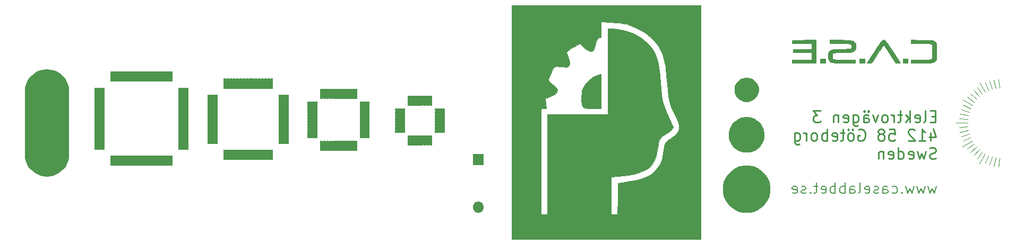
<source format=gbs>
G04 #@! TF.GenerationSoftware,KiCad,Pcbnew,(5.1.5)-3*
G04 #@! TF.CreationDate,2020-07-10T10:41:29+02:00*
G04 #@! TF.ProjectId,pcb_ruler,7063625f-7275-46c6-9572-2e6b69636164,rev?*
G04 #@! TF.SameCoordinates,Original*
G04 #@! TF.FileFunction,Soldermask,Bot*
G04 #@! TF.FilePolarity,Negative*
%FSLAX46Y46*%
G04 Gerber Fmt 4.6, Leading zero omitted, Abs format (unit mm)*
G04 Created by KiCad (PCBNEW (5.1.5)-3) date 2020-07-10 10:41:29*
%MOMM*%
%LPD*%
G04 APERTURE LIST*
%ADD10C,0.200000*%
%ADD11C,0.250000*%
%ADD12C,0.010000*%
%ADD13C,0.100000*%
G04 APERTURE END LIST*
D10*
X249335714Y-129135714D02*
X249011904Y-130269047D01*
X248688095Y-129459523D01*
X248364285Y-130269047D01*
X248040476Y-129135714D01*
X247554761Y-129135714D02*
X247230952Y-130269047D01*
X246907142Y-129459523D01*
X246583333Y-130269047D01*
X246259523Y-129135714D01*
X245773809Y-129135714D02*
X245450000Y-130269047D01*
X245126190Y-129459523D01*
X244802380Y-130269047D01*
X244478571Y-129135714D01*
X243830952Y-130107142D02*
X243750000Y-130188095D01*
X243830952Y-130269047D01*
X243911904Y-130188095D01*
X243830952Y-130107142D01*
X243830952Y-130269047D01*
X242292857Y-130188095D02*
X242454761Y-130269047D01*
X242778571Y-130269047D01*
X242940476Y-130188095D01*
X243021428Y-130107142D01*
X243102380Y-129945238D01*
X243102380Y-129459523D01*
X243021428Y-129297619D01*
X242940476Y-129216666D01*
X242778571Y-129135714D01*
X242454761Y-129135714D01*
X242292857Y-129216666D01*
X240835714Y-130269047D02*
X240835714Y-129378571D01*
X240916666Y-129216666D01*
X241078571Y-129135714D01*
X241402380Y-129135714D01*
X241564285Y-129216666D01*
X240835714Y-130188095D02*
X240997619Y-130269047D01*
X241402380Y-130269047D01*
X241564285Y-130188095D01*
X241645238Y-130026190D01*
X241645238Y-129864285D01*
X241564285Y-129702380D01*
X241402380Y-129621428D01*
X240997619Y-129621428D01*
X240835714Y-129540476D01*
X240107142Y-130188095D02*
X239945238Y-130269047D01*
X239621428Y-130269047D01*
X239459523Y-130188095D01*
X239378571Y-130026190D01*
X239378571Y-129945238D01*
X239459523Y-129783333D01*
X239621428Y-129702380D01*
X239864285Y-129702380D01*
X240026190Y-129621428D01*
X240107142Y-129459523D01*
X240107142Y-129378571D01*
X240026190Y-129216666D01*
X239864285Y-129135714D01*
X239621428Y-129135714D01*
X239459523Y-129216666D01*
X238002380Y-130188095D02*
X238164285Y-130269047D01*
X238488095Y-130269047D01*
X238650000Y-130188095D01*
X238730952Y-130026190D01*
X238730952Y-129378571D01*
X238650000Y-129216666D01*
X238488095Y-129135714D01*
X238164285Y-129135714D01*
X238002380Y-129216666D01*
X237921428Y-129378571D01*
X237921428Y-129540476D01*
X238730952Y-129702380D01*
X236950000Y-130269047D02*
X237111904Y-130188095D01*
X237192857Y-130026190D01*
X237192857Y-128569047D01*
X235573809Y-130269047D02*
X235573809Y-129378571D01*
X235654761Y-129216666D01*
X235816666Y-129135714D01*
X236140476Y-129135714D01*
X236302380Y-129216666D01*
X235573809Y-130188095D02*
X235735714Y-130269047D01*
X236140476Y-130269047D01*
X236302380Y-130188095D01*
X236383333Y-130026190D01*
X236383333Y-129864285D01*
X236302380Y-129702380D01*
X236140476Y-129621428D01*
X235735714Y-129621428D01*
X235573809Y-129540476D01*
X234764285Y-130269047D02*
X234764285Y-128569047D01*
X234764285Y-129216666D02*
X234602380Y-129135714D01*
X234278571Y-129135714D01*
X234116666Y-129216666D01*
X234035714Y-129297619D01*
X233954761Y-129459523D01*
X233954761Y-129945238D01*
X234035714Y-130107142D01*
X234116666Y-130188095D01*
X234278571Y-130269047D01*
X234602380Y-130269047D01*
X234764285Y-130188095D01*
X233226190Y-130269047D02*
X233226190Y-128569047D01*
X233226190Y-129216666D02*
X233064285Y-129135714D01*
X232740476Y-129135714D01*
X232578571Y-129216666D01*
X232497619Y-129297619D01*
X232416666Y-129459523D01*
X232416666Y-129945238D01*
X232497619Y-130107142D01*
X232578571Y-130188095D01*
X232740476Y-130269047D01*
X233064285Y-130269047D01*
X233226190Y-130188095D01*
X231040476Y-130188095D02*
X231202380Y-130269047D01*
X231526190Y-130269047D01*
X231688095Y-130188095D01*
X231769047Y-130026190D01*
X231769047Y-129378571D01*
X231688095Y-129216666D01*
X231526190Y-129135714D01*
X231202380Y-129135714D01*
X231040476Y-129216666D01*
X230959523Y-129378571D01*
X230959523Y-129540476D01*
X231769047Y-129702380D01*
X230473809Y-129135714D02*
X229826190Y-129135714D01*
X230230952Y-128569047D02*
X230230952Y-130026190D01*
X230150000Y-130188095D01*
X229988095Y-130269047D01*
X229826190Y-130269047D01*
X229259523Y-130107142D02*
X229178571Y-130188095D01*
X229259523Y-130269047D01*
X229340476Y-130188095D01*
X229259523Y-130107142D01*
X229259523Y-130269047D01*
X228530952Y-130188095D02*
X228369047Y-130269047D01*
X228045238Y-130269047D01*
X227883333Y-130188095D01*
X227802380Y-130026190D01*
X227802380Y-129945238D01*
X227883333Y-129783333D01*
X228045238Y-129702380D01*
X228288095Y-129702380D01*
X228450000Y-129621428D01*
X228530952Y-129459523D01*
X228530952Y-129378571D01*
X228450000Y-129216666D01*
X228288095Y-129135714D01*
X228045238Y-129135714D01*
X227883333Y-129216666D01*
X226426190Y-130188095D02*
X226588095Y-130269047D01*
X226911904Y-130269047D01*
X227073809Y-130188095D01*
X227154761Y-130026190D01*
X227154761Y-129378571D01*
X227073809Y-129216666D01*
X226911904Y-129135714D01*
X226588095Y-129135714D01*
X226426190Y-129216666D01*
X226345238Y-129378571D01*
X226345238Y-129540476D01*
X227154761Y-129702380D01*
D11*
X249208928Y-117921428D02*
X248608928Y-117921428D01*
X248351785Y-118864285D02*
X249208928Y-118864285D01*
X249208928Y-117064285D01*
X248351785Y-117064285D01*
X247323214Y-118864285D02*
X247494642Y-118778571D01*
X247580357Y-118607142D01*
X247580357Y-117064285D01*
X245951785Y-118778571D02*
X246123214Y-118864285D01*
X246466071Y-118864285D01*
X246637500Y-118778571D01*
X246723214Y-118607142D01*
X246723214Y-117921428D01*
X246637500Y-117750000D01*
X246466071Y-117664285D01*
X246123214Y-117664285D01*
X245951785Y-117750000D01*
X245866071Y-117921428D01*
X245866071Y-118092857D01*
X246723214Y-118264285D01*
X245094642Y-118864285D02*
X245094642Y-117064285D01*
X244923214Y-118178571D02*
X244408928Y-118864285D01*
X244408928Y-117664285D02*
X245094642Y-118350000D01*
X243894642Y-117664285D02*
X243208928Y-117664285D01*
X243637500Y-117064285D02*
X243637500Y-118607142D01*
X243551785Y-118778571D01*
X243380357Y-118864285D01*
X243208928Y-118864285D01*
X242608928Y-118864285D02*
X242608928Y-117664285D01*
X242608928Y-118007142D02*
X242523214Y-117835714D01*
X242437500Y-117750000D01*
X242266071Y-117664285D01*
X242094642Y-117664285D01*
X241237500Y-118864285D02*
X241408928Y-118778571D01*
X241494642Y-118692857D01*
X241580357Y-118521428D01*
X241580357Y-118007142D01*
X241494642Y-117835714D01*
X241408928Y-117750000D01*
X241237500Y-117664285D01*
X240980357Y-117664285D01*
X240808928Y-117750000D01*
X240723214Y-117835714D01*
X240637500Y-118007142D01*
X240637500Y-118521428D01*
X240723214Y-118692857D01*
X240808928Y-118778571D01*
X240980357Y-118864285D01*
X241237500Y-118864285D01*
X240037500Y-117664285D02*
X239608928Y-118864285D01*
X239180357Y-117664285D01*
X237723214Y-118864285D02*
X237723214Y-117921428D01*
X237808928Y-117750000D01*
X237980357Y-117664285D01*
X238323214Y-117664285D01*
X238494642Y-117750000D01*
X237723214Y-118778571D02*
X237894642Y-118864285D01*
X238323214Y-118864285D01*
X238494642Y-118778571D01*
X238580357Y-118607142D01*
X238580357Y-118435714D01*
X238494642Y-118264285D01*
X238323214Y-118178571D01*
X237894642Y-118178571D01*
X237723214Y-118092857D01*
X238494642Y-117064285D02*
X238408928Y-117150000D01*
X238494642Y-117235714D01*
X238580357Y-117150000D01*
X238494642Y-117064285D01*
X238494642Y-117235714D01*
X237808928Y-117064285D02*
X237723214Y-117150000D01*
X237808928Y-117235714D01*
X237894642Y-117150000D01*
X237808928Y-117064285D01*
X237808928Y-117235714D01*
X236094642Y-117664285D02*
X236094642Y-119121428D01*
X236180357Y-119292857D01*
X236266071Y-119378571D01*
X236437500Y-119464285D01*
X236694642Y-119464285D01*
X236866071Y-119378571D01*
X236094642Y-118778571D02*
X236266071Y-118864285D01*
X236608928Y-118864285D01*
X236780357Y-118778571D01*
X236866071Y-118692857D01*
X236951785Y-118521428D01*
X236951785Y-118007142D01*
X236866071Y-117835714D01*
X236780357Y-117750000D01*
X236608928Y-117664285D01*
X236266071Y-117664285D01*
X236094642Y-117750000D01*
X234551785Y-118778571D02*
X234723214Y-118864285D01*
X235066071Y-118864285D01*
X235237500Y-118778571D01*
X235323214Y-118607142D01*
X235323214Y-117921428D01*
X235237500Y-117750000D01*
X235066071Y-117664285D01*
X234723214Y-117664285D01*
X234551785Y-117750000D01*
X234466071Y-117921428D01*
X234466071Y-118092857D01*
X235323214Y-118264285D01*
X233694642Y-117664285D02*
X233694642Y-118864285D01*
X233694642Y-117835714D02*
X233608928Y-117750000D01*
X233437500Y-117664285D01*
X233180357Y-117664285D01*
X233008928Y-117750000D01*
X232923214Y-117921428D01*
X232923214Y-118864285D01*
X230866071Y-117064285D02*
X229751785Y-117064285D01*
X230351785Y-117750000D01*
X230094642Y-117750000D01*
X229923214Y-117835714D01*
X229837500Y-117921428D01*
X229751785Y-118092857D01*
X229751785Y-118521428D01*
X229837500Y-118692857D01*
X229923214Y-118778571D01*
X230094642Y-118864285D01*
X230608928Y-118864285D01*
X230780357Y-118778571D01*
X230866071Y-118692857D01*
X248437500Y-120614285D02*
X248437500Y-121814285D01*
X248866071Y-119928571D02*
X249294642Y-121214285D01*
X248180357Y-121214285D01*
X246551785Y-121814285D02*
X247580357Y-121814285D01*
X247066071Y-121814285D02*
X247066071Y-120014285D01*
X247237500Y-120271428D01*
X247408928Y-120442857D01*
X247580357Y-120528571D01*
X245866071Y-120185714D02*
X245780357Y-120100000D01*
X245608928Y-120014285D01*
X245180357Y-120014285D01*
X245008928Y-120100000D01*
X244923214Y-120185714D01*
X244837500Y-120357142D01*
X244837500Y-120528571D01*
X244923214Y-120785714D01*
X245951785Y-121814285D01*
X244837500Y-121814285D01*
X241837500Y-120014285D02*
X242694642Y-120014285D01*
X242780357Y-120871428D01*
X242694642Y-120785714D01*
X242523214Y-120700000D01*
X242094642Y-120700000D01*
X241923214Y-120785714D01*
X241837500Y-120871428D01*
X241751785Y-121042857D01*
X241751785Y-121471428D01*
X241837500Y-121642857D01*
X241923214Y-121728571D01*
X242094642Y-121814285D01*
X242523214Y-121814285D01*
X242694642Y-121728571D01*
X242780357Y-121642857D01*
X240723214Y-120785714D02*
X240894642Y-120700000D01*
X240980357Y-120614285D01*
X241066071Y-120442857D01*
X241066071Y-120357142D01*
X240980357Y-120185714D01*
X240894642Y-120100000D01*
X240723214Y-120014285D01*
X240380357Y-120014285D01*
X240208928Y-120100000D01*
X240123214Y-120185714D01*
X240037500Y-120357142D01*
X240037500Y-120442857D01*
X240123214Y-120614285D01*
X240208928Y-120700000D01*
X240380357Y-120785714D01*
X240723214Y-120785714D01*
X240894642Y-120871428D01*
X240980357Y-120957142D01*
X241066071Y-121128571D01*
X241066071Y-121471428D01*
X240980357Y-121642857D01*
X240894642Y-121728571D01*
X240723214Y-121814285D01*
X240380357Y-121814285D01*
X240208928Y-121728571D01*
X240123214Y-121642857D01*
X240037500Y-121471428D01*
X240037500Y-121128571D01*
X240123214Y-120957142D01*
X240208928Y-120871428D01*
X240380357Y-120785714D01*
X236951785Y-120100000D02*
X237123214Y-120014285D01*
X237380357Y-120014285D01*
X237637500Y-120100000D01*
X237808928Y-120271428D01*
X237894642Y-120442857D01*
X237980357Y-120785714D01*
X237980357Y-121042857D01*
X237894642Y-121385714D01*
X237808928Y-121557142D01*
X237637500Y-121728571D01*
X237380357Y-121814285D01*
X237208928Y-121814285D01*
X236951785Y-121728571D01*
X236866071Y-121642857D01*
X236866071Y-121042857D01*
X237208928Y-121042857D01*
X235837500Y-121814285D02*
X236008928Y-121728571D01*
X236094642Y-121642857D01*
X236180357Y-121471428D01*
X236180357Y-120957142D01*
X236094642Y-120785714D01*
X236008928Y-120700000D01*
X235837500Y-120614285D01*
X235580357Y-120614285D01*
X235408928Y-120700000D01*
X235323214Y-120785714D01*
X235237500Y-120957142D01*
X235237500Y-121471428D01*
X235323214Y-121642857D01*
X235408928Y-121728571D01*
X235580357Y-121814285D01*
X235837500Y-121814285D01*
X236008928Y-120014285D02*
X235923214Y-120100000D01*
X236008928Y-120185714D01*
X236094642Y-120100000D01*
X236008928Y-120014285D01*
X236008928Y-120185714D01*
X235323214Y-120014285D02*
X235237500Y-120100000D01*
X235323214Y-120185714D01*
X235408928Y-120100000D01*
X235323214Y-120014285D01*
X235323214Y-120185714D01*
X234723214Y-120614285D02*
X234037500Y-120614285D01*
X234466071Y-120014285D02*
X234466071Y-121557142D01*
X234380357Y-121728571D01*
X234208928Y-121814285D01*
X234037500Y-121814285D01*
X232751785Y-121728571D02*
X232923214Y-121814285D01*
X233266071Y-121814285D01*
X233437500Y-121728571D01*
X233523214Y-121557142D01*
X233523214Y-120871428D01*
X233437500Y-120700000D01*
X233266071Y-120614285D01*
X232923214Y-120614285D01*
X232751785Y-120700000D01*
X232666071Y-120871428D01*
X232666071Y-121042857D01*
X233523214Y-121214285D01*
X231894642Y-121814285D02*
X231894642Y-120014285D01*
X231894642Y-120700000D02*
X231723214Y-120614285D01*
X231380357Y-120614285D01*
X231208928Y-120700000D01*
X231123214Y-120785714D01*
X231037500Y-120957142D01*
X231037500Y-121471428D01*
X231123214Y-121642857D01*
X231208928Y-121728571D01*
X231380357Y-121814285D01*
X231723214Y-121814285D01*
X231894642Y-121728571D01*
X230008928Y-121814285D02*
X230180357Y-121728571D01*
X230266071Y-121642857D01*
X230351785Y-121471428D01*
X230351785Y-120957142D01*
X230266071Y-120785714D01*
X230180357Y-120700000D01*
X230008928Y-120614285D01*
X229751785Y-120614285D01*
X229580357Y-120700000D01*
X229494642Y-120785714D01*
X229408928Y-120957142D01*
X229408928Y-121471428D01*
X229494642Y-121642857D01*
X229580357Y-121728571D01*
X229751785Y-121814285D01*
X230008928Y-121814285D01*
X228637500Y-121814285D02*
X228637500Y-120614285D01*
X228637500Y-120957142D02*
X228551785Y-120785714D01*
X228466071Y-120700000D01*
X228294642Y-120614285D01*
X228123214Y-120614285D01*
X226751785Y-120614285D02*
X226751785Y-122071428D01*
X226837500Y-122242857D01*
X226923214Y-122328571D01*
X227094642Y-122414285D01*
X227351785Y-122414285D01*
X227523214Y-122328571D01*
X226751785Y-121728571D02*
X226923214Y-121814285D01*
X227266071Y-121814285D01*
X227437500Y-121728571D01*
X227523214Y-121642857D01*
X227608928Y-121471428D01*
X227608928Y-120957142D01*
X227523214Y-120785714D01*
X227437500Y-120700000D01*
X227266071Y-120614285D01*
X226923214Y-120614285D01*
X226751785Y-120700000D01*
X249294642Y-124678571D02*
X249037500Y-124764285D01*
X248608928Y-124764285D01*
X248437500Y-124678571D01*
X248351785Y-124592857D01*
X248266071Y-124421428D01*
X248266071Y-124250000D01*
X248351785Y-124078571D01*
X248437500Y-123992857D01*
X248608928Y-123907142D01*
X248951785Y-123821428D01*
X249123214Y-123735714D01*
X249208928Y-123650000D01*
X249294642Y-123478571D01*
X249294642Y-123307142D01*
X249208928Y-123135714D01*
X249123214Y-123050000D01*
X248951785Y-122964285D01*
X248523214Y-122964285D01*
X248266071Y-123050000D01*
X247666071Y-123564285D02*
X247323214Y-124764285D01*
X246980357Y-123907142D01*
X246637500Y-124764285D01*
X246294642Y-123564285D01*
X244923214Y-124678571D02*
X245094642Y-124764285D01*
X245437500Y-124764285D01*
X245608928Y-124678571D01*
X245694642Y-124507142D01*
X245694642Y-123821428D01*
X245608928Y-123650000D01*
X245437500Y-123564285D01*
X245094642Y-123564285D01*
X244923214Y-123650000D01*
X244837500Y-123821428D01*
X244837500Y-123992857D01*
X245694642Y-124164285D01*
X243294642Y-124764285D02*
X243294642Y-122964285D01*
X243294642Y-124678571D02*
X243466071Y-124764285D01*
X243808928Y-124764285D01*
X243980357Y-124678571D01*
X244066071Y-124592857D01*
X244151785Y-124421428D01*
X244151785Y-123907142D01*
X244066071Y-123735714D01*
X243980357Y-123650000D01*
X243808928Y-123564285D01*
X243466071Y-123564285D01*
X243294642Y-123650000D01*
X241751785Y-124678571D02*
X241923214Y-124764285D01*
X242266071Y-124764285D01*
X242437500Y-124678571D01*
X242523214Y-124507142D01*
X242523214Y-123821428D01*
X242437500Y-123650000D01*
X242266071Y-123564285D01*
X241923214Y-123564285D01*
X241751785Y-123650000D01*
X241666071Y-123821428D01*
X241666071Y-123992857D01*
X242523214Y-124164285D01*
X240894642Y-123564285D02*
X240894642Y-124764285D01*
X240894642Y-123735714D02*
X240808928Y-123650000D01*
X240637500Y-123564285D01*
X240380357Y-123564285D01*
X240208928Y-123650000D01*
X240123214Y-123821428D01*
X240123214Y-124764285D01*
D12*
G36*
X226388286Y-105746571D02*
G01*
X226365762Y-106018714D01*
X226343239Y-106290857D01*
X229479497Y-106290857D01*
X229457892Y-106744428D01*
X229436286Y-107198000D01*
X227962230Y-107217659D01*
X226488173Y-107237319D01*
X226510801Y-107471659D01*
X226533429Y-107706000D01*
X228003000Y-107725645D01*
X229472572Y-107745291D01*
X229472572Y-108903428D01*
X226352000Y-108903428D01*
X226352000Y-109411428D01*
X230125714Y-109411428D01*
X230125714Y-105707835D01*
X226388286Y-105746571D01*
G37*
X226388286Y-105746571D02*
X226365762Y-106018714D01*
X226343239Y-106290857D01*
X229479497Y-106290857D01*
X229457892Y-106744428D01*
X229436286Y-107198000D01*
X227962230Y-107217659D01*
X226488173Y-107237319D01*
X226510801Y-107471659D01*
X226533429Y-107706000D01*
X228003000Y-107725645D01*
X229472572Y-107745291D01*
X229472572Y-108903428D01*
X226352000Y-108903428D01*
X226352000Y-109411428D01*
X230125714Y-109411428D01*
X230125714Y-105707835D01*
X226388286Y-105746571D01*
G36*
X230851429Y-109411428D02*
G01*
X231649714Y-109411428D01*
X231649714Y-108758285D01*
X230851429Y-108758285D01*
X230851429Y-109411428D01*
G37*
X230851429Y-109411428D02*
X231649714Y-109411428D01*
X231649714Y-108758285D01*
X230851429Y-108758285D01*
X230851429Y-109411428D01*
G36*
X232302857Y-106290857D02*
G01*
X233966817Y-106290857D01*
X234513052Y-106292121D01*
X234932128Y-106296681D01*
X235242014Y-106305689D01*
X235460678Y-106320298D01*
X235606087Y-106341661D01*
X235696211Y-106370930D01*
X235744817Y-106404898D01*
X235841284Y-106593213D01*
X235846443Y-106834772D01*
X235783733Y-107021342D01*
X235747240Y-107072181D01*
X235686302Y-107109047D01*
X235579693Y-107134165D01*
X235406189Y-107149761D01*
X235144563Y-107158058D01*
X234773592Y-107161283D01*
X234444733Y-107161714D01*
X233842844Y-107166879D01*
X233367363Y-107184486D01*
X232999855Y-107217703D01*
X232721882Y-107269701D01*
X232515006Y-107343647D01*
X232360792Y-107442710D01*
X232268269Y-107535789D01*
X232167035Y-107677733D01*
X232111307Y-107831878D01*
X232088416Y-108047801D01*
X232085143Y-108252439D01*
X232106211Y-108646881D01*
X232176756Y-108929266D01*
X232307788Y-109127490D01*
X232480272Y-109253585D01*
X232568894Y-109291897D01*
X232690779Y-109322151D01*
X232863909Y-109345589D01*
X233106266Y-109363450D01*
X233435833Y-109376974D01*
X233870591Y-109387401D01*
X234428522Y-109395972D01*
X234570715Y-109397745D01*
X236439429Y-109420348D01*
X236439429Y-108903428D01*
X234788429Y-108902358D01*
X234197715Y-108900894D01*
X233735937Y-108894413D01*
X233386888Y-108878501D01*
X233134362Y-108848744D01*
X232962152Y-108800727D01*
X232854052Y-108730036D01*
X232793855Y-108632257D01*
X232765357Y-108502975D01*
X232752937Y-108347912D01*
X232745747Y-108143681D01*
X232763435Y-107991433D01*
X232824122Y-107883536D01*
X232945926Y-107812362D01*
X233146968Y-107770282D01*
X233445366Y-107749667D01*
X233859242Y-107742887D01*
X234191326Y-107742285D01*
X234788150Y-107736830D01*
X235258772Y-107718293D01*
X235621802Y-107683418D01*
X235895846Y-107628949D01*
X236099515Y-107551628D01*
X236251416Y-107448200D01*
X236328874Y-107368211D01*
X236439369Y-107207410D01*
X236494860Y-107027367D01*
X236511775Y-106770102D01*
X236512000Y-106721862D01*
X236501309Y-106457541D01*
X236457407Y-106279938D01*
X236362553Y-106131454D01*
X236312429Y-106073940D01*
X236194185Y-105966485D01*
X236045840Y-105881797D01*
X235850102Y-105817355D01*
X235589679Y-105770639D01*
X235247280Y-105739130D01*
X234805610Y-105720308D01*
X234247380Y-105711653D01*
X233816952Y-105710285D01*
X232302857Y-105710285D01*
X232302857Y-106290857D01*
G37*
X232302857Y-106290857D02*
X233966817Y-106290857D01*
X234513052Y-106292121D01*
X234932128Y-106296681D01*
X235242014Y-106305689D01*
X235460678Y-106320298D01*
X235606087Y-106341661D01*
X235696211Y-106370930D01*
X235744817Y-106404898D01*
X235841284Y-106593213D01*
X235846443Y-106834772D01*
X235783733Y-107021342D01*
X235747240Y-107072181D01*
X235686302Y-107109047D01*
X235579693Y-107134165D01*
X235406189Y-107149761D01*
X235144563Y-107158058D01*
X234773592Y-107161283D01*
X234444733Y-107161714D01*
X233842844Y-107166879D01*
X233367363Y-107184486D01*
X232999855Y-107217703D01*
X232721882Y-107269701D01*
X232515006Y-107343647D01*
X232360792Y-107442710D01*
X232268269Y-107535789D01*
X232167035Y-107677733D01*
X232111307Y-107831878D01*
X232088416Y-108047801D01*
X232085143Y-108252439D01*
X232106211Y-108646881D01*
X232176756Y-108929266D01*
X232307788Y-109127490D01*
X232480272Y-109253585D01*
X232568894Y-109291897D01*
X232690779Y-109322151D01*
X232863909Y-109345589D01*
X233106266Y-109363450D01*
X233435833Y-109376974D01*
X233870591Y-109387401D01*
X234428522Y-109395972D01*
X234570715Y-109397745D01*
X236439429Y-109420348D01*
X236439429Y-108903428D01*
X234788429Y-108902358D01*
X234197715Y-108900894D01*
X233735937Y-108894413D01*
X233386888Y-108878501D01*
X233134362Y-108848744D01*
X232962152Y-108800727D01*
X232854052Y-108730036D01*
X232793855Y-108632257D01*
X232765357Y-108502975D01*
X232752937Y-108347912D01*
X232745747Y-108143681D01*
X232763435Y-107991433D01*
X232824122Y-107883536D01*
X232945926Y-107812362D01*
X233146968Y-107770282D01*
X233445366Y-107749667D01*
X233859242Y-107742887D01*
X234191326Y-107742285D01*
X234788150Y-107736830D01*
X235258772Y-107718293D01*
X235621802Y-107683418D01*
X235895846Y-107628949D01*
X236099515Y-107551628D01*
X236251416Y-107448200D01*
X236328874Y-107368211D01*
X236439369Y-107207410D01*
X236494860Y-107027367D01*
X236511775Y-106770102D01*
X236512000Y-106721862D01*
X236501309Y-106457541D01*
X236457407Y-106279938D01*
X236362553Y-106131454D01*
X236312429Y-106073940D01*
X236194185Y-105966485D01*
X236045840Y-105881797D01*
X235850102Y-105817355D01*
X235589679Y-105770639D01*
X235247280Y-105739130D01*
X234805610Y-105720308D01*
X234247380Y-105711653D01*
X233816952Y-105710285D01*
X232302857Y-105710285D01*
X232302857Y-106290857D01*
G36*
X237092572Y-109411428D02*
G01*
X237890857Y-109411428D01*
X237890857Y-108758285D01*
X237092572Y-108758285D01*
X237092572Y-109411428D01*
G37*
X237092572Y-109411428D02*
X237890857Y-109411428D01*
X237890857Y-108758285D01*
X237092572Y-108758285D01*
X237092572Y-109411428D01*
G36*
X240756599Y-105753584D02*
G01*
X240631080Y-105837285D01*
X240563053Y-105929419D01*
X240427041Y-106126306D01*
X240234343Y-106411124D01*
X239996260Y-106767054D01*
X239724093Y-107177273D01*
X239429141Y-107624961D01*
X239387863Y-107687857D01*
X238257204Y-109411428D01*
X239015714Y-109411146D01*
X239946907Y-107959858D01*
X240210058Y-107552794D01*
X240448450Y-107189857D01*
X240650701Y-106887902D01*
X240805429Y-106663783D01*
X240901253Y-106534356D01*
X240926621Y-106508990D01*
X240978021Y-106567408D01*
X241096311Y-106731223D01*
X241270045Y-106983646D01*
X241487776Y-107307888D01*
X241738058Y-107687157D01*
X241916134Y-107960419D01*
X242857125Y-109411428D01*
X243625397Y-109411428D01*
X242390286Y-107560857D01*
X242039421Y-107036535D01*
X241758441Y-106621070D01*
X241537611Y-106301961D01*
X241367198Y-106066707D01*
X241237470Y-105902807D01*
X241138694Y-105797761D01*
X241061135Y-105739068D01*
X240995061Y-105714227D01*
X240949407Y-105710285D01*
X240756599Y-105753584D01*
G37*
X240756599Y-105753584D02*
X240631080Y-105837285D01*
X240563053Y-105929419D01*
X240427041Y-106126306D01*
X240234343Y-106411124D01*
X239996260Y-106767054D01*
X239724093Y-107177273D01*
X239429141Y-107624961D01*
X239387863Y-107687857D01*
X238257204Y-109411428D01*
X239015714Y-109411146D01*
X239946907Y-107959858D01*
X240210058Y-107552794D01*
X240448450Y-107189857D01*
X240650701Y-106887902D01*
X240805429Y-106663783D01*
X240901253Y-106534356D01*
X240926621Y-106508990D01*
X240978021Y-106567408D01*
X241096311Y-106731223D01*
X241270045Y-106983646D01*
X241487776Y-107307888D01*
X241738058Y-107687157D01*
X241916134Y-107960419D01*
X242857125Y-109411428D01*
X243625397Y-109411428D01*
X242390286Y-107560857D01*
X242039421Y-107036535D01*
X241758441Y-106621070D01*
X241537611Y-106301961D01*
X241367198Y-106066707D01*
X241237470Y-105902807D01*
X241138694Y-105797761D01*
X241061135Y-105739068D01*
X240995061Y-105714227D01*
X240949407Y-105710285D01*
X240756599Y-105753584D01*
G36*
X243986857Y-109411428D02*
G01*
X244785143Y-109411428D01*
X244785143Y-108758285D01*
X243986857Y-108758285D01*
X243986857Y-109411428D01*
G37*
X243986857Y-109411428D02*
X244785143Y-109411428D01*
X244785143Y-108758285D01*
X243986857Y-108758285D01*
X243986857Y-109411428D01*
G36*
X245293143Y-106290857D02*
G01*
X246917114Y-106290857D01*
X247467467Y-106292574D01*
X247889053Y-106298368D01*
X248198212Y-106309200D01*
X248411288Y-106326032D01*
X248544621Y-106349826D01*
X248614553Y-106381542D01*
X248624478Y-106391339D01*
X248660764Y-106505983D01*
X248683104Y-106749090D01*
X248691784Y-107126141D01*
X248687793Y-107604862D01*
X248679494Y-108028541D01*
X248669779Y-108330271D01*
X248654771Y-108533226D01*
X248630594Y-108660577D01*
X248593372Y-108735498D01*
X248539229Y-108781163D01*
X248486286Y-108809596D01*
X248359746Y-108844855D01*
X248130855Y-108871158D01*
X247788626Y-108889108D01*
X247322073Y-108899310D01*
X246799000Y-108902358D01*
X245293143Y-108903428D01*
X245293143Y-109411428D01*
X246944143Y-109409834D01*
X247487967Y-109408149D01*
X247907669Y-109403281D01*
X248224261Y-109393736D01*
X248458754Y-109378017D01*
X248632161Y-109354632D01*
X248765492Y-109322084D01*
X248879760Y-109278880D01*
X248897716Y-109270861D01*
X249065351Y-109186977D01*
X249190308Y-109094472D01*
X249278825Y-108971834D01*
X249337136Y-108797552D01*
X249371479Y-108550113D01*
X249388088Y-108208007D01*
X249393201Y-107749720D01*
X249393429Y-107560857D01*
X249393049Y-107069450D01*
X249382172Y-106676583D01*
X249346186Y-106370961D01*
X249270484Y-106141289D01*
X249140455Y-105976271D01*
X248941491Y-105864614D01*
X248658981Y-105795021D01*
X248278317Y-105756198D01*
X247784889Y-105736850D01*
X247164088Y-105725681D01*
X247016714Y-105723326D01*
X245293143Y-105695190D01*
X245293143Y-106290857D01*
G37*
X245293143Y-106290857D02*
X246917114Y-106290857D01*
X247467467Y-106292574D01*
X247889053Y-106298368D01*
X248198212Y-106309200D01*
X248411288Y-106326032D01*
X248544621Y-106349826D01*
X248614553Y-106381542D01*
X248624478Y-106391339D01*
X248660764Y-106505983D01*
X248683104Y-106749090D01*
X248691784Y-107126141D01*
X248687793Y-107604862D01*
X248679494Y-108028541D01*
X248669779Y-108330271D01*
X248654771Y-108533226D01*
X248630594Y-108660577D01*
X248593372Y-108735498D01*
X248539229Y-108781163D01*
X248486286Y-108809596D01*
X248359746Y-108844855D01*
X248130855Y-108871158D01*
X247788626Y-108889108D01*
X247322073Y-108899310D01*
X246799000Y-108902358D01*
X245293143Y-108903428D01*
X245293143Y-109411428D01*
X246944143Y-109409834D01*
X247487967Y-109408149D01*
X247907669Y-109403281D01*
X248224261Y-109393736D01*
X248458754Y-109378017D01*
X248632161Y-109354632D01*
X248765492Y-109322084D01*
X248879760Y-109278880D01*
X248897716Y-109270861D01*
X249065351Y-109186977D01*
X249190308Y-109094472D01*
X249278825Y-108971834D01*
X249337136Y-108797552D01*
X249371479Y-108550113D01*
X249388088Y-108208007D01*
X249393201Y-107749720D01*
X249393429Y-107560857D01*
X249393049Y-107069450D01*
X249382172Y-106676583D01*
X249346186Y-106370961D01*
X249270484Y-106141289D01*
X249140455Y-105976271D01*
X248941491Y-105864614D01*
X248658981Y-105795021D01*
X248278317Y-105756198D01*
X247784889Y-105736850D01*
X247164088Y-105725681D01*
X247016714Y-105723326D01*
X245293143Y-105695190D01*
X245293143Y-106290857D01*
G36*
X195472848Y-111270020D02*
G01*
X194662583Y-111624200D01*
X193928855Y-112173581D01*
X193328460Y-112862207D01*
X192918196Y-113634120D01*
X192844621Y-113859369D01*
X192766344Y-114309373D01*
X192737278Y-114862226D01*
X192753526Y-115437447D01*
X192811191Y-115954554D01*
X192906376Y-116333064D01*
X192970022Y-116449143D01*
X193104571Y-116549642D01*
X193340615Y-116614093D01*
X193727515Y-116649327D01*
X194314637Y-116662177D01*
X194513005Y-116662695D01*
X195878756Y-116662695D01*
X195878756Y-111153607D01*
X195472848Y-111270020D01*
G37*
X195472848Y-111270020D02*
X194662583Y-111624200D01*
X193928855Y-112173581D01*
X193328460Y-112862207D01*
X192918196Y-113634120D01*
X192844621Y-113859369D01*
X192766344Y-114309373D01*
X192737278Y-114862226D01*
X192753526Y-115437447D01*
X192811191Y-115954554D01*
X192906376Y-116333064D01*
X192970022Y-116449143D01*
X193104571Y-116549642D01*
X193340615Y-116614093D01*
X193727515Y-116649327D01*
X194314637Y-116662177D01*
X194513005Y-116662695D01*
X195878756Y-116662695D01*
X195878756Y-111153607D01*
X195472848Y-111270020D01*
G36*
X181665285Y-137588083D02*
G01*
X211803108Y-137588083D01*
X211803108Y-119728262D01*
X208334171Y-119728262D01*
X208267367Y-120060480D01*
X208135058Y-120378512D01*
X207902276Y-120754270D01*
X207565523Y-121084208D01*
X207056434Y-121433981D01*
X206999969Y-121468590D01*
X206626759Y-121701479D01*
X206360645Y-121904677D01*
X206174820Y-122130578D01*
X206042478Y-122431577D01*
X205936812Y-122860067D01*
X205831017Y-123468443D01*
X205765896Y-123880657D01*
X205546893Y-124883336D01*
X205222527Y-125693253D01*
X204764983Y-126369175D01*
X204415014Y-126734809D01*
X203797364Y-127230813D01*
X203091405Y-127630316D01*
X202255988Y-127948350D01*
X201249964Y-128199951D01*
X200032185Y-128400152D01*
X199761140Y-128435156D01*
X198576684Y-128582373D01*
X198540940Y-131111135D01*
X198505197Y-133639897D01*
X197458031Y-133639897D01*
X197458031Y-127623776D01*
X198675388Y-127532645D01*
X200215864Y-127358899D01*
X201515576Y-127085735D01*
X202577936Y-126712018D01*
X203406356Y-126236611D01*
X203891233Y-125795704D01*
X204189756Y-125410128D01*
X204419988Y-124986629D01*
X204602113Y-124468327D01*
X204756313Y-123798342D01*
X204896255Y-122963333D01*
X205028812Y-122238026D01*
X205195596Y-121713612D01*
X205431869Y-121327774D01*
X205772894Y-121018193D01*
X206122409Y-120796384D01*
X206770975Y-120379790D01*
X207174143Y-120017448D01*
X207327139Y-119713753D01*
X207328497Y-119685944D01*
X207274142Y-119487740D01*
X207125748Y-119106308D01*
X206905319Y-118594669D01*
X206634863Y-118005846D01*
X206605462Y-117943811D01*
X206253692Y-117173387D01*
X205983024Y-116491836D01*
X205779123Y-115837525D01*
X205627659Y-115148818D01*
X205514299Y-114364085D01*
X205424711Y-113421689D01*
X205367474Y-112619996D01*
X205258723Y-111264494D01*
X205117397Y-110132758D01*
X204930390Y-109186063D01*
X204684596Y-108385685D01*
X204366910Y-107692899D01*
X203964226Y-107068979D01*
X203463437Y-106475200D01*
X203194609Y-106199630D01*
X202182201Y-105366350D01*
X201020114Y-104696077D01*
X199768439Y-104213995D01*
X198487267Y-103945288D01*
X197700191Y-103896892D01*
X196931606Y-103896892D01*
X196931606Y-117583938D01*
X187324352Y-117583938D01*
X187324352Y-133639897D01*
X186271502Y-133639897D01*
X186271502Y-116662695D01*
X187095138Y-116662695D01*
X187007741Y-115890207D01*
X186920344Y-115117720D01*
X187681674Y-114816237D01*
X188270708Y-114558158D01*
X188643627Y-114323158D01*
X188840965Y-114075909D01*
X188903259Y-113781080D01*
X188903627Y-113751224D01*
X188857015Y-113507397D01*
X188687545Y-113264564D01*
X188350762Y-112966431D01*
X188179792Y-112834566D01*
X187815870Y-112530253D01*
X187556660Y-112257068D01*
X187458094Y-112073989D01*
X187458097Y-112073567D01*
X187515304Y-111861322D01*
X187665510Y-111486181D01*
X187879807Y-111018526D01*
X187951621Y-110872021D01*
X188175437Y-110420423D01*
X188348457Y-110131530D01*
X188533237Y-109976743D01*
X188792333Y-109927460D01*
X189188301Y-109955081D01*
X189783698Y-110031005D01*
X189789506Y-110031740D01*
X190334265Y-110053979D01*
X190685170Y-109944721D01*
X190852088Y-109684401D01*
X190844888Y-109253453D01*
X190673439Y-108632311D01*
X190599168Y-108426517D01*
X190320616Y-107682019D01*
X190697872Y-107378695D01*
X191023845Y-107139394D01*
X191461669Y-106846014D01*
X191768012Y-106653341D01*
X192460895Y-106231311D01*
X193174901Y-106906589D01*
X193712305Y-107348850D01*
X194146084Y-107551151D01*
X194487812Y-107509479D01*
X194749059Y-107219821D01*
X194941398Y-106678164D01*
X195022912Y-106265804D01*
X195142928Y-105750920D01*
X195313322Y-105458339D01*
X195560398Y-105348252D01*
X195631658Y-105344560D01*
X195746089Y-105321940D01*
X195818652Y-105222032D01*
X195858705Y-104996769D01*
X195875605Y-104598081D01*
X195878756Y-104075154D01*
X195878756Y-102805748D01*
X197490932Y-102884678D01*
X198208422Y-102934556D01*
X198915805Y-103009167D01*
X199523965Y-103097739D01*
X199892746Y-103174995D01*
X200949966Y-103541573D01*
X202022993Y-104061535D01*
X203012712Y-104681401D01*
X203688925Y-105223360D01*
X204346889Y-105879490D01*
X204888614Y-106551452D01*
X205326960Y-107274859D01*
X205674782Y-108085326D01*
X205944939Y-109018466D01*
X206150287Y-110109895D01*
X206303683Y-111395226D01*
X206408540Y-112756681D01*
X206480469Y-113757013D01*
X206566299Y-114560863D01*
X206682337Y-115234951D01*
X206844894Y-115845997D01*
X207070276Y-116460720D01*
X207374794Y-117145839D01*
X207591608Y-117596657D01*
X207948068Y-118349029D01*
X208184198Y-118922067D01*
X208309674Y-119365302D01*
X208334171Y-119728262D01*
X211803108Y-119728262D01*
X211803108Y-100211918D01*
X181665285Y-100211918D01*
X181665285Y-137588083D01*
G37*
X181665285Y-137588083D02*
X211803108Y-137588083D01*
X211803108Y-119728262D01*
X208334171Y-119728262D01*
X208267367Y-120060480D01*
X208135058Y-120378512D01*
X207902276Y-120754270D01*
X207565523Y-121084208D01*
X207056434Y-121433981D01*
X206999969Y-121468590D01*
X206626759Y-121701479D01*
X206360645Y-121904677D01*
X206174820Y-122130578D01*
X206042478Y-122431577D01*
X205936812Y-122860067D01*
X205831017Y-123468443D01*
X205765896Y-123880657D01*
X205546893Y-124883336D01*
X205222527Y-125693253D01*
X204764983Y-126369175D01*
X204415014Y-126734809D01*
X203797364Y-127230813D01*
X203091405Y-127630316D01*
X202255988Y-127948350D01*
X201249964Y-128199951D01*
X200032185Y-128400152D01*
X199761140Y-128435156D01*
X198576684Y-128582373D01*
X198540940Y-131111135D01*
X198505197Y-133639897D01*
X197458031Y-133639897D01*
X197458031Y-127623776D01*
X198675388Y-127532645D01*
X200215864Y-127358899D01*
X201515576Y-127085735D01*
X202577936Y-126712018D01*
X203406356Y-126236611D01*
X203891233Y-125795704D01*
X204189756Y-125410128D01*
X204419988Y-124986629D01*
X204602113Y-124468327D01*
X204756313Y-123798342D01*
X204896255Y-122963333D01*
X205028812Y-122238026D01*
X205195596Y-121713612D01*
X205431869Y-121327774D01*
X205772894Y-121018193D01*
X206122409Y-120796384D01*
X206770975Y-120379790D01*
X207174143Y-120017448D01*
X207327139Y-119713753D01*
X207328497Y-119685944D01*
X207274142Y-119487740D01*
X207125748Y-119106308D01*
X206905319Y-118594669D01*
X206634863Y-118005846D01*
X206605462Y-117943811D01*
X206253692Y-117173387D01*
X205983024Y-116491836D01*
X205779123Y-115837525D01*
X205627659Y-115148818D01*
X205514299Y-114364085D01*
X205424711Y-113421689D01*
X205367474Y-112619996D01*
X205258723Y-111264494D01*
X205117397Y-110132758D01*
X204930390Y-109186063D01*
X204684596Y-108385685D01*
X204366910Y-107692899D01*
X203964226Y-107068979D01*
X203463437Y-106475200D01*
X203194609Y-106199630D01*
X202182201Y-105366350D01*
X201020114Y-104696077D01*
X199768439Y-104213995D01*
X198487267Y-103945288D01*
X197700191Y-103896892D01*
X196931606Y-103896892D01*
X196931606Y-117583938D01*
X187324352Y-117583938D01*
X187324352Y-133639897D01*
X186271502Y-133639897D01*
X186271502Y-116662695D01*
X187095138Y-116662695D01*
X187007741Y-115890207D01*
X186920344Y-115117720D01*
X187681674Y-114816237D01*
X188270708Y-114558158D01*
X188643627Y-114323158D01*
X188840965Y-114075909D01*
X188903259Y-113781080D01*
X188903627Y-113751224D01*
X188857015Y-113507397D01*
X188687545Y-113264564D01*
X188350762Y-112966431D01*
X188179792Y-112834566D01*
X187815870Y-112530253D01*
X187556660Y-112257068D01*
X187458094Y-112073989D01*
X187458097Y-112073567D01*
X187515304Y-111861322D01*
X187665510Y-111486181D01*
X187879807Y-111018526D01*
X187951621Y-110872021D01*
X188175437Y-110420423D01*
X188348457Y-110131530D01*
X188533237Y-109976743D01*
X188792333Y-109927460D01*
X189188301Y-109955081D01*
X189783698Y-110031005D01*
X189789506Y-110031740D01*
X190334265Y-110053979D01*
X190685170Y-109944721D01*
X190852088Y-109684401D01*
X190844888Y-109253453D01*
X190673439Y-108632311D01*
X190599168Y-108426517D01*
X190320616Y-107682019D01*
X190697872Y-107378695D01*
X191023845Y-107139394D01*
X191461669Y-106846014D01*
X191768012Y-106653341D01*
X192460895Y-106231311D01*
X193174901Y-106906589D01*
X193712305Y-107348850D01*
X194146084Y-107551151D01*
X194487812Y-107509479D01*
X194749059Y-107219821D01*
X194941398Y-106678164D01*
X195022912Y-106265804D01*
X195142928Y-105750920D01*
X195313322Y-105458339D01*
X195560398Y-105348252D01*
X195631658Y-105344560D01*
X195746089Y-105321940D01*
X195818652Y-105222032D01*
X195858705Y-104996769D01*
X195875605Y-104598081D01*
X195878756Y-104075154D01*
X195878756Y-102805748D01*
X197490932Y-102884678D01*
X198208422Y-102934556D01*
X198915805Y-103009167D01*
X199523965Y-103097739D01*
X199892746Y-103174995D01*
X200949966Y-103541573D01*
X202022993Y-104061535D01*
X203012712Y-104681401D01*
X203688925Y-105223360D01*
X204346889Y-105879490D01*
X204888614Y-106551452D01*
X205326960Y-107274859D01*
X205674782Y-108085326D01*
X205944939Y-109018466D01*
X206150287Y-110109895D01*
X206303683Y-111395226D01*
X206408540Y-112756681D01*
X206480469Y-113757013D01*
X206566299Y-114560863D01*
X206682337Y-115234951D01*
X206844894Y-115845997D01*
X207070276Y-116460720D01*
X207374794Y-117145839D01*
X207591608Y-117596657D01*
X207948068Y-118349029D01*
X208184198Y-118922067D01*
X208309674Y-119365302D01*
X208334171Y-119728262D01*
X211803108Y-119728262D01*
X211803108Y-100211918D01*
X181665285Y-100211918D01*
X181665285Y-137588083D01*
D13*
X258818688Y-124550826D02*
X258535177Y-125884663D01*
X256660292Y-123589863D02*
X255858768Y-124693069D01*
X256198081Y-123215585D02*
X255285655Y-124228959D01*
X259406040Y-124643859D02*
X259263516Y-126000043D01*
X257159065Y-123913783D02*
X256249973Y-125488359D01*
X258244227Y-124396910D02*
X257822812Y-125693788D01*
X257688946Y-124183784D02*
X257134370Y-125429527D01*
X255777564Y-122795047D02*
X254764176Y-123707500D01*
X254442309Y-117811842D02*
X253108472Y-117528333D01*
X255079379Y-116152283D02*
X253504776Y-115243191D01*
X254596251Y-120748953D02*
X253299348Y-121170344D01*
X258244227Y-113589405D02*
X257822812Y-112292572D01*
X254349283Y-118399259D02*
X252993118Y-118256735D01*
X259406040Y-113342457D02*
X259263516Y-111986293D01*
X254809377Y-116682165D02*
X253563634Y-116127524D01*
X255079379Y-121834090D02*
X253504776Y-122743182D01*
X258818688Y-113435527D02*
X258535177Y-112101684D01*
X254442309Y-120174467D02*
X253108472Y-120457977D01*
X255403292Y-115653511D02*
X254300099Y-114851923D01*
X256660292Y-114396446D02*
X255858768Y-113293260D01*
X254349283Y-119587050D02*
X252993118Y-119729639D01*
X257159065Y-114072591D02*
X256249973Y-112497957D01*
X255777564Y-115191300D02*
X254764176Y-114278809D01*
X254318161Y-118993154D02*
X252499972Y-118993154D01*
X255403292Y-122332875D02*
X254300099Y-123134381D01*
X256198081Y-114770718D02*
X255285655Y-113757395D01*
X257688946Y-113802552D02*
X257134370Y-112556839D01*
X254809377Y-121304190D02*
X253563634Y-121858817D01*
X254596251Y-117237382D02*
X253299348Y-116816031D01*
G36*
X220208710Y-125945070D02*
G01*
X220900447Y-126231597D01*
X220900448Y-126231598D01*
X221522996Y-126647571D01*
X222052429Y-127177004D01*
X222267993Y-127499619D01*
X222468403Y-127799553D01*
X222754930Y-128491290D01*
X222901000Y-129225633D01*
X222901000Y-129974367D01*
X222754930Y-130708710D01*
X222468403Y-131400447D01*
X222468402Y-131400448D01*
X222052429Y-132022996D01*
X221522996Y-132552429D01*
X221263728Y-132725666D01*
X220900447Y-132968403D01*
X220208710Y-133254930D01*
X219474367Y-133401000D01*
X218725633Y-133401000D01*
X217991290Y-133254930D01*
X217299553Y-132968403D01*
X216936272Y-132725666D01*
X216677004Y-132552429D01*
X216147571Y-132022996D01*
X215731598Y-131400448D01*
X215731597Y-131400447D01*
X215445070Y-130708710D01*
X215299000Y-129974367D01*
X215299000Y-129225633D01*
X215445070Y-128491290D01*
X215731597Y-127799553D01*
X215932007Y-127499619D01*
X216147571Y-127177004D01*
X216677004Y-126647571D01*
X217299552Y-126231598D01*
X217299553Y-126231597D01*
X217991290Y-125945070D01*
X218725633Y-125799000D01*
X219474367Y-125799000D01*
X220208710Y-125945070D01*
G37*
G36*
X176470997Y-131610341D02*
G01*
X176555666Y-131627183D01*
X176621738Y-131654551D01*
X176715177Y-131693255D01*
X176858736Y-131789178D01*
X176980822Y-131911264D01*
X177076745Y-132054823D01*
X177142817Y-132214335D01*
X177176500Y-132383671D01*
X177176500Y-132556329D01*
X177142817Y-132725665D01*
X177076745Y-132885177D01*
X176980822Y-133028736D01*
X176858736Y-133150822D01*
X176715177Y-133246745D01*
X176621738Y-133285449D01*
X176555666Y-133312817D01*
X176470997Y-133329659D01*
X176386329Y-133346500D01*
X176213671Y-133346500D01*
X176129003Y-133329659D01*
X176044334Y-133312817D01*
X175978262Y-133285449D01*
X175884823Y-133246745D01*
X175741264Y-133150822D01*
X175619178Y-133028736D01*
X175523255Y-132885177D01*
X175457183Y-132725665D01*
X175423500Y-132556329D01*
X175423500Y-132383671D01*
X175457183Y-132214335D01*
X175523255Y-132054823D01*
X175619178Y-131911264D01*
X175741264Y-131789178D01*
X175884823Y-131693255D01*
X175978262Y-131654551D01*
X176044334Y-131627183D01*
X176129003Y-131610341D01*
X176213671Y-131593500D01*
X176386329Y-131593500D01*
X176470997Y-131610341D01*
G37*
G36*
X108196115Y-110500380D02*
G01*
X108530800Y-110601906D01*
X108865483Y-110703431D01*
X108865485Y-110703432D01*
X109482370Y-111033163D01*
X109482373Y-111033165D01*
X109482374Y-111033166D01*
X110023085Y-111476915D01*
X110023087Y-111476918D01*
X110466835Y-112017625D01*
X110796568Y-112634514D01*
X110796569Y-112634516D01*
X110839444Y-112775857D01*
X110999620Y-113303884D01*
X111051000Y-113825556D01*
X111051000Y-124174444D01*
X110999620Y-124696116D01*
X110796568Y-125365486D01*
X110466835Y-125982375D01*
X110023085Y-126523085D01*
X109482375Y-126966835D01*
X109089173Y-127177005D01*
X108865484Y-127296569D01*
X108530801Y-127398094D01*
X108196116Y-127499620D01*
X107500000Y-127568181D01*
X106803885Y-127499620D01*
X106469200Y-127398094D01*
X106134517Y-127296569D01*
X105910828Y-127177005D01*
X105517626Y-126966835D01*
X104976916Y-126523085D01*
X104533166Y-125982375D01*
X104203433Y-125365486D01*
X104000381Y-124696116D01*
X103949001Y-124174444D01*
X103949000Y-113825557D01*
X104000380Y-113303885D01*
X104203432Y-112634515D01*
X104533163Y-112017630D01*
X104564133Y-111979893D01*
X104976915Y-111476915D01*
X105147793Y-111336679D01*
X105517625Y-111033165D01*
X106134514Y-110703432D01*
X106134516Y-110703431D01*
X106469199Y-110601906D01*
X106803884Y-110500380D01*
X107500000Y-110431819D01*
X108196115Y-110500380D01*
G37*
G36*
X127551000Y-125801000D02*
G01*
X117649000Y-125801000D01*
X117649000Y-124199000D01*
X127551000Y-124199000D01*
X127551000Y-125801000D01*
G37*
G36*
X177176500Y-125726500D02*
G01*
X175423500Y-125726500D01*
X175423500Y-123973500D01*
X177176500Y-123973500D01*
X177176500Y-125726500D01*
G37*
G36*
X136020295Y-123250323D02*
G01*
X136027309Y-123252451D01*
X136041077Y-123259810D01*
X136063716Y-123269187D01*
X136087749Y-123273967D01*
X136112253Y-123273967D01*
X136136286Y-123269186D01*
X136158923Y-123259810D01*
X136172691Y-123252451D01*
X136179705Y-123250323D01*
X136193140Y-123249000D01*
X136506860Y-123249000D01*
X136520295Y-123250323D01*
X136527309Y-123252451D01*
X136541077Y-123259810D01*
X136563716Y-123269187D01*
X136587749Y-123273967D01*
X136612253Y-123273967D01*
X136636286Y-123269186D01*
X136658923Y-123259810D01*
X136672691Y-123252451D01*
X136679705Y-123250323D01*
X136693140Y-123249000D01*
X137006860Y-123249000D01*
X137020295Y-123250323D01*
X137027309Y-123252451D01*
X137041077Y-123259810D01*
X137063716Y-123269187D01*
X137087749Y-123273967D01*
X137112253Y-123273967D01*
X137136286Y-123269186D01*
X137158923Y-123259810D01*
X137172691Y-123252451D01*
X137179705Y-123250323D01*
X137193140Y-123249000D01*
X137506860Y-123249000D01*
X137520295Y-123250323D01*
X137527309Y-123252451D01*
X137541077Y-123259810D01*
X137563716Y-123269187D01*
X137587749Y-123273967D01*
X137612253Y-123273967D01*
X137636286Y-123269186D01*
X137658923Y-123259810D01*
X137672691Y-123252451D01*
X137679705Y-123250323D01*
X137693140Y-123249000D01*
X138006860Y-123249000D01*
X138020295Y-123250323D01*
X138027309Y-123252451D01*
X138041077Y-123259810D01*
X138063716Y-123269187D01*
X138087749Y-123273967D01*
X138112253Y-123273967D01*
X138136286Y-123269186D01*
X138158923Y-123259810D01*
X138172691Y-123252451D01*
X138179705Y-123250323D01*
X138193140Y-123249000D01*
X138506860Y-123249000D01*
X138520295Y-123250323D01*
X138527309Y-123252451D01*
X138541077Y-123259810D01*
X138563716Y-123269187D01*
X138587749Y-123273967D01*
X138612253Y-123273967D01*
X138636286Y-123269186D01*
X138658923Y-123259810D01*
X138672691Y-123252451D01*
X138679705Y-123250323D01*
X138693140Y-123249000D01*
X139006860Y-123249000D01*
X139020295Y-123250323D01*
X139027309Y-123252451D01*
X139041077Y-123259810D01*
X139063716Y-123269187D01*
X139087749Y-123273967D01*
X139112253Y-123273967D01*
X139136286Y-123269186D01*
X139158923Y-123259810D01*
X139172691Y-123252451D01*
X139179705Y-123250323D01*
X139193140Y-123249000D01*
X139506860Y-123249000D01*
X139520295Y-123250323D01*
X139527309Y-123252451D01*
X139541077Y-123259810D01*
X139563716Y-123269187D01*
X139587749Y-123273967D01*
X139612253Y-123273967D01*
X139636286Y-123269186D01*
X139658923Y-123259810D01*
X139672691Y-123252451D01*
X139679705Y-123250323D01*
X139693140Y-123249000D01*
X140006860Y-123249000D01*
X140020295Y-123250323D01*
X140027309Y-123252451D01*
X140041077Y-123259810D01*
X140063716Y-123269187D01*
X140087749Y-123273967D01*
X140112253Y-123273967D01*
X140136286Y-123269186D01*
X140158923Y-123259810D01*
X140172691Y-123252451D01*
X140179705Y-123250323D01*
X140193140Y-123249000D01*
X140506860Y-123249000D01*
X140520295Y-123250323D01*
X140527309Y-123252451D01*
X140541077Y-123259810D01*
X140563716Y-123269187D01*
X140587749Y-123273967D01*
X140612253Y-123273967D01*
X140636286Y-123269186D01*
X140658923Y-123259810D01*
X140672691Y-123252451D01*
X140679705Y-123250323D01*
X140693140Y-123249000D01*
X141006860Y-123249000D01*
X141020295Y-123250323D01*
X141027309Y-123252451D01*
X141041077Y-123259810D01*
X141063716Y-123269187D01*
X141087749Y-123273967D01*
X141112253Y-123273967D01*
X141136286Y-123269186D01*
X141158923Y-123259810D01*
X141172691Y-123252451D01*
X141179705Y-123250323D01*
X141193140Y-123249000D01*
X141506860Y-123249000D01*
X141520295Y-123250323D01*
X141527309Y-123252451D01*
X141541077Y-123259810D01*
X141563716Y-123269187D01*
X141587749Y-123273967D01*
X141612253Y-123273967D01*
X141636286Y-123269186D01*
X141658923Y-123259810D01*
X141672691Y-123252451D01*
X141679705Y-123250323D01*
X141693140Y-123249000D01*
X142006860Y-123249000D01*
X142020295Y-123250323D01*
X142027309Y-123252451D01*
X142041077Y-123259810D01*
X142063716Y-123269187D01*
X142087749Y-123273967D01*
X142112253Y-123273967D01*
X142136286Y-123269186D01*
X142158923Y-123259810D01*
X142172691Y-123252451D01*
X142179705Y-123250323D01*
X142193140Y-123249000D01*
X142506860Y-123249000D01*
X142520295Y-123250323D01*
X142527309Y-123252451D01*
X142541077Y-123259810D01*
X142563716Y-123269187D01*
X142587749Y-123273967D01*
X142612253Y-123273967D01*
X142636286Y-123269186D01*
X142658923Y-123259810D01*
X142672691Y-123252451D01*
X142679705Y-123250323D01*
X142693140Y-123249000D01*
X143006860Y-123249000D01*
X143020295Y-123250323D01*
X143027309Y-123252451D01*
X143041077Y-123259810D01*
X143063716Y-123269187D01*
X143087749Y-123273967D01*
X143112253Y-123273967D01*
X143136286Y-123269186D01*
X143158923Y-123259810D01*
X143172691Y-123252451D01*
X143179705Y-123250323D01*
X143193140Y-123249000D01*
X143506860Y-123249000D01*
X143520295Y-123250323D01*
X143527310Y-123252451D01*
X143533776Y-123255908D01*
X143539442Y-123260558D01*
X143544092Y-123266224D01*
X143547549Y-123272690D01*
X143549677Y-123279705D01*
X143551000Y-123293140D01*
X143551000Y-124856860D01*
X143549677Y-124870295D01*
X143547549Y-124877310D01*
X143544092Y-124883776D01*
X143539442Y-124889442D01*
X143533776Y-124894092D01*
X143527310Y-124897549D01*
X143520295Y-124899677D01*
X143506860Y-124901000D01*
X143193140Y-124901000D01*
X143179705Y-124899677D01*
X143172691Y-124897549D01*
X143158923Y-124890190D01*
X143136284Y-124880813D01*
X143112251Y-124876033D01*
X143087747Y-124876033D01*
X143063714Y-124880814D01*
X143041077Y-124890190D01*
X143027309Y-124897549D01*
X143020295Y-124899677D01*
X143006860Y-124901000D01*
X142693140Y-124901000D01*
X142679705Y-124899677D01*
X142672691Y-124897549D01*
X142658923Y-124890190D01*
X142636284Y-124880813D01*
X142612251Y-124876033D01*
X142587747Y-124876033D01*
X142563714Y-124880814D01*
X142541077Y-124890190D01*
X142527309Y-124897549D01*
X142520295Y-124899677D01*
X142506860Y-124901000D01*
X142193140Y-124901000D01*
X142179705Y-124899677D01*
X142172691Y-124897549D01*
X142158923Y-124890190D01*
X142136284Y-124880813D01*
X142112251Y-124876033D01*
X142087747Y-124876033D01*
X142063714Y-124880814D01*
X142041077Y-124890190D01*
X142027309Y-124897549D01*
X142020295Y-124899677D01*
X142006860Y-124901000D01*
X141693140Y-124901000D01*
X141679705Y-124899677D01*
X141672691Y-124897549D01*
X141658923Y-124890190D01*
X141636284Y-124880813D01*
X141612251Y-124876033D01*
X141587747Y-124876033D01*
X141563714Y-124880814D01*
X141541077Y-124890190D01*
X141527309Y-124897549D01*
X141520295Y-124899677D01*
X141506860Y-124901000D01*
X141193140Y-124901000D01*
X141179705Y-124899677D01*
X141172691Y-124897549D01*
X141158923Y-124890190D01*
X141136284Y-124880813D01*
X141112251Y-124876033D01*
X141087747Y-124876033D01*
X141063714Y-124880814D01*
X141041077Y-124890190D01*
X141027309Y-124897549D01*
X141020295Y-124899677D01*
X141006860Y-124901000D01*
X140693140Y-124901000D01*
X140679705Y-124899677D01*
X140672691Y-124897549D01*
X140658923Y-124890190D01*
X140636284Y-124880813D01*
X140612251Y-124876033D01*
X140587747Y-124876033D01*
X140563714Y-124880814D01*
X140541077Y-124890190D01*
X140527309Y-124897549D01*
X140520295Y-124899677D01*
X140506860Y-124901000D01*
X140193140Y-124901000D01*
X140179705Y-124899677D01*
X140172691Y-124897549D01*
X140158923Y-124890190D01*
X140136284Y-124880813D01*
X140112251Y-124876033D01*
X140087747Y-124876033D01*
X140063714Y-124880814D01*
X140041077Y-124890190D01*
X140027309Y-124897549D01*
X140020295Y-124899677D01*
X140006860Y-124901000D01*
X139693140Y-124901000D01*
X139679705Y-124899677D01*
X139672691Y-124897549D01*
X139658923Y-124890190D01*
X139636284Y-124880813D01*
X139612251Y-124876033D01*
X139587747Y-124876033D01*
X139563714Y-124880814D01*
X139541077Y-124890190D01*
X139527309Y-124897549D01*
X139520295Y-124899677D01*
X139506860Y-124901000D01*
X139193140Y-124901000D01*
X139179705Y-124899677D01*
X139172691Y-124897549D01*
X139158923Y-124890190D01*
X139136284Y-124880813D01*
X139112251Y-124876033D01*
X139087747Y-124876033D01*
X139063714Y-124880814D01*
X139041077Y-124890190D01*
X139027309Y-124897549D01*
X139020295Y-124899677D01*
X139006860Y-124901000D01*
X138693140Y-124901000D01*
X138679705Y-124899677D01*
X138672691Y-124897549D01*
X138658923Y-124890190D01*
X138636284Y-124880813D01*
X138612251Y-124876033D01*
X138587747Y-124876033D01*
X138563714Y-124880814D01*
X138541077Y-124890190D01*
X138527309Y-124897549D01*
X138520295Y-124899677D01*
X138506860Y-124901000D01*
X138193140Y-124901000D01*
X138179705Y-124899677D01*
X138172691Y-124897549D01*
X138158923Y-124890190D01*
X138136284Y-124880813D01*
X138112251Y-124876033D01*
X138087747Y-124876033D01*
X138063714Y-124880814D01*
X138041077Y-124890190D01*
X138027309Y-124897549D01*
X138020295Y-124899677D01*
X138006860Y-124901000D01*
X137693140Y-124901000D01*
X137679705Y-124899677D01*
X137672691Y-124897549D01*
X137658923Y-124890190D01*
X137636284Y-124880813D01*
X137612251Y-124876033D01*
X137587747Y-124876033D01*
X137563714Y-124880814D01*
X137541077Y-124890190D01*
X137527309Y-124897549D01*
X137520295Y-124899677D01*
X137506860Y-124901000D01*
X137193140Y-124901000D01*
X137179705Y-124899677D01*
X137172691Y-124897549D01*
X137158923Y-124890190D01*
X137136284Y-124880813D01*
X137112251Y-124876033D01*
X137087747Y-124876033D01*
X137063714Y-124880814D01*
X137041077Y-124890190D01*
X137027309Y-124897549D01*
X137020295Y-124899677D01*
X137006860Y-124901000D01*
X136693140Y-124901000D01*
X136679705Y-124899677D01*
X136672691Y-124897549D01*
X136658923Y-124890190D01*
X136636284Y-124880813D01*
X136612251Y-124876033D01*
X136587747Y-124876033D01*
X136563714Y-124880814D01*
X136541077Y-124890190D01*
X136527309Y-124897549D01*
X136520295Y-124899677D01*
X136506860Y-124901000D01*
X136193140Y-124901000D01*
X136179705Y-124899677D01*
X136172691Y-124897549D01*
X136158923Y-124890190D01*
X136136284Y-124880813D01*
X136112251Y-124876033D01*
X136087747Y-124876033D01*
X136063714Y-124880814D01*
X136041077Y-124890190D01*
X136027309Y-124897549D01*
X136020295Y-124899677D01*
X136006860Y-124901000D01*
X135693140Y-124901000D01*
X135679705Y-124899677D01*
X135672690Y-124897549D01*
X135666224Y-124894092D01*
X135660558Y-124889442D01*
X135655908Y-124883776D01*
X135652451Y-124877310D01*
X135650323Y-124870295D01*
X135649000Y-124856860D01*
X135649000Y-123293140D01*
X135650323Y-123279705D01*
X135652451Y-123272690D01*
X135655908Y-123266224D01*
X135660558Y-123260558D01*
X135666224Y-123255908D01*
X135672690Y-123252451D01*
X135679705Y-123250323D01*
X135693140Y-123249000D01*
X136006860Y-123249000D01*
X136020295Y-123250323D01*
G37*
G36*
X219605346Y-118093665D02*
G01*
X219931606Y-118158562D01*
X220450455Y-118373476D01*
X220779990Y-118593665D01*
X220917406Y-118685483D01*
X221314517Y-119082594D01*
X221321914Y-119093665D01*
X221626524Y-119549545D01*
X221841438Y-120068394D01*
X221858993Y-120156650D01*
X221951000Y-120619200D01*
X221951000Y-121180800D01*
X221904961Y-121412253D01*
X221841438Y-121731606D01*
X221626524Y-122250455D01*
X221314516Y-122717407D01*
X220917407Y-123114516D01*
X220450455Y-123426524D01*
X219931606Y-123641438D01*
X219656202Y-123696219D01*
X219380800Y-123751000D01*
X218819200Y-123751000D01*
X218543798Y-123696219D01*
X218268394Y-123641438D01*
X217749545Y-123426524D01*
X217282593Y-123114516D01*
X216885484Y-122717407D01*
X216573476Y-122250455D01*
X216358562Y-121731606D01*
X216295039Y-121412253D01*
X216249000Y-121180800D01*
X216249000Y-120619200D01*
X216341007Y-120156650D01*
X216358562Y-120068394D01*
X216573476Y-119549545D01*
X216878086Y-119093665D01*
X216885483Y-119082594D01*
X217282594Y-118685483D01*
X217420010Y-118593665D01*
X217749545Y-118373476D01*
X218268394Y-118158562D01*
X218594654Y-118093665D01*
X218819200Y-118049000D01*
X219380800Y-118049000D01*
X219605346Y-118093665D01*
G37*
G36*
X151420295Y-121875323D02*
G01*
X151427309Y-121877451D01*
X151441077Y-121884810D01*
X151463716Y-121894187D01*
X151487749Y-121898967D01*
X151512253Y-121898967D01*
X151536286Y-121894186D01*
X151558923Y-121884810D01*
X151572691Y-121877451D01*
X151579705Y-121875323D01*
X151593140Y-121874000D01*
X151906860Y-121874000D01*
X151920295Y-121875323D01*
X151927309Y-121877451D01*
X151941077Y-121884810D01*
X151963716Y-121894187D01*
X151987749Y-121898967D01*
X152012253Y-121898967D01*
X152036286Y-121894186D01*
X152058923Y-121884810D01*
X152072691Y-121877451D01*
X152079705Y-121875323D01*
X152093140Y-121874000D01*
X152406860Y-121874000D01*
X152420295Y-121875323D01*
X152427309Y-121877451D01*
X152441077Y-121884810D01*
X152463716Y-121894187D01*
X152487749Y-121898967D01*
X152512253Y-121898967D01*
X152536286Y-121894186D01*
X152558923Y-121884810D01*
X152572691Y-121877451D01*
X152579705Y-121875323D01*
X152593140Y-121874000D01*
X152906860Y-121874000D01*
X152920295Y-121875323D01*
X152927309Y-121877451D01*
X152941077Y-121884810D01*
X152963716Y-121894187D01*
X152987749Y-121898967D01*
X153012253Y-121898967D01*
X153036286Y-121894186D01*
X153058923Y-121884810D01*
X153072691Y-121877451D01*
X153079705Y-121875323D01*
X153093140Y-121874000D01*
X153406860Y-121874000D01*
X153420295Y-121875323D01*
X153427309Y-121877451D01*
X153441077Y-121884810D01*
X153463716Y-121894187D01*
X153487749Y-121898967D01*
X153512253Y-121898967D01*
X153536286Y-121894186D01*
X153558923Y-121884810D01*
X153572691Y-121877451D01*
X153579705Y-121875323D01*
X153593140Y-121874000D01*
X153906860Y-121874000D01*
X153920295Y-121875323D01*
X153927309Y-121877451D01*
X153941077Y-121884810D01*
X153963716Y-121894187D01*
X153987749Y-121898967D01*
X154012253Y-121898967D01*
X154036286Y-121894186D01*
X154058923Y-121884810D01*
X154072691Y-121877451D01*
X154079705Y-121875323D01*
X154093140Y-121874000D01*
X154406860Y-121874000D01*
X154420295Y-121875323D01*
X154427309Y-121877451D01*
X154441077Y-121884810D01*
X154463716Y-121894187D01*
X154487749Y-121898967D01*
X154512253Y-121898967D01*
X154536286Y-121894186D01*
X154558923Y-121884810D01*
X154572691Y-121877451D01*
X154579705Y-121875323D01*
X154593140Y-121874000D01*
X154906860Y-121874000D01*
X154920295Y-121875323D01*
X154927309Y-121877451D01*
X154941077Y-121884810D01*
X154963716Y-121894187D01*
X154987749Y-121898967D01*
X155012253Y-121898967D01*
X155036286Y-121894186D01*
X155058923Y-121884810D01*
X155072691Y-121877451D01*
X155079705Y-121875323D01*
X155093140Y-121874000D01*
X155406860Y-121874000D01*
X155420295Y-121875323D01*
X155427309Y-121877451D01*
X155441077Y-121884810D01*
X155463716Y-121894187D01*
X155487749Y-121898967D01*
X155512253Y-121898967D01*
X155536286Y-121894186D01*
X155558923Y-121884810D01*
X155572691Y-121877451D01*
X155579705Y-121875323D01*
X155593140Y-121874000D01*
X155906860Y-121874000D01*
X155920295Y-121875323D01*
X155927309Y-121877451D01*
X155941077Y-121884810D01*
X155963716Y-121894187D01*
X155987749Y-121898967D01*
X156012253Y-121898967D01*
X156036286Y-121894186D01*
X156058923Y-121884810D01*
X156072691Y-121877451D01*
X156079705Y-121875323D01*
X156093140Y-121874000D01*
X156406860Y-121874000D01*
X156420295Y-121875323D01*
X156427309Y-121877451D01*
X156441077Y-121884810D01*
X156463716Y-121894187D01*
X156487749Y-121898967D01*
X156512253Y-121898967D01*
X156536286Y-121894186D01*
X156558923Y-121884810D01*
X156572691Y-121877451D01*
X156579705Y-121875323D01*
X156593140Y-121874000D01*
X156906860Y-121874000D01*
X156920295Y-121875323D01*
X156927310Y-121877451D01*
X156933776Y-121880908D01*
X156939442Y-121885558D01*
X156944092Y-121891224D01*
X156947549Y-121897690D01*
X156949677Y-121904705D01*
X156951000Y-121918140D01*
X156951000Y-123406860D01*
X156949677Y-123420295D01*
X156947549Y-123427310D01*
X156944092Y-123433776D01*
X156939442Y-123439442D01*
X156933776Y-123444092D01*
X156927310Y-123447549D01*
X156920295Y-123449677D01*
X156906860Y-123451000D01*
X156593140Y-123451000D01*
X156579705Y-123449677D01*
X156572691Y-123447549D01*
X156558923Y-123440190D01*
X156536284Y-123430813D01*
X156512251Y-123426033D01*
X156487747Y-123426033D01*
X156463714Y-123430814D01*
X156441077Y-123440190D01*
X156427309Y-123447549D01*
X156420295Y-123449677D01*
X156406860Y-123451000D01*
X156093140Y-123451000D01*
X156079705Y-123449677D01*
X156072691Y-123447549D01*
X156058923Y-123440190D01*
X156036284Y-123430813D01*
X156012251Y-123426033D01*
X155987747Y-123426033D01*
X155963714Y-123430814D01*
X155941077Y-123440190D01*
X155927309Y-123447549D01*
X155920295Y-123449677D01*
X155906860Y-123451000D01*
X155593140Y-123451000D01*
X155579705Y-123449677D01*
X155572691Y-123447549D01*
X155558923Y-123440190D01*
X155536284Y-123430813D01*
X155512251Y-123426033D01*
X155487747Y-123426033D01*
X155463714Y-123430814D01*
X155441077Y-123440190D01*
X155427309Y-123447549D01*
X155420295Y-123449677D01*
X155406860Y-123451000D01*
X155093140Y-123451000D01*
X155079705Y-123449677D01*
X155072691Y-123447549D01*
X155058923Y-123440190D01*
X155036284Y-123430813D01*
X155012251Y-123426033D01*
X154987747Y-123426033D01*
X154963714Y-123430814D01*
X154941077Y-123440190D01*
X154927309Y-123447549D01*
X154920295Y-123449677D01*
X154906860Y-123451000D01*
X154593140Y-123451000D01*
X154579705Y-123449677D01*
X154572691Y-123447549D01*
X154558923Y-123440190D01*
X154536284Y-123430813D01*
X154512251Y-123426033D01*
X154487747Y-123426033D01*
X154463714Y-123430814D01*
X154441077Y-123440190D01*
X154427309Y-123447549D01*
X154420295Y-123449677D01*
X154406860Y-123451000D01*
X154093140Y-123451000D01*
X154079705Y-123449677D01*
X154072691Y-123447549D01*
X154058923Y-123440190D01*
X154036284Y-123430813D01*
X154012251Y-123426033D01*
X153987747Y-123426033D01*
X153963714Y-123430814D01*
X153941077Y-123440190D01*
X153927309Y-123447549D01*
X153920295Y-123449677D01*
X153906860Y-123451000D01*
X153593140Y-123451000D01*
X153579705Y-123449677D01*
X153572691Y-123447549D01*
X153558923Y-123440190D01*
X153536284Y-123430813D01*
X153512251Y-123426033D01*
X153487747Y-123426033D01*
X153463714Y-123430814D01*
X153441077Y-123440190D01*
X153427309Y-123447549D01*
X153420295Y-123449677D01*
X153406860Y-123451000D01*
X153093140Y-123451000D01*
X153079705Y-123449677D01*
X153072691Y-123447549D01*
X153058923Y-123440190D01*
X153036284Y-123430813D01*
X153012251Y-123426033D01*
X152987747Y-123426033D01*
X152963714Y-123430814D01*
X152941077Y-123440190D01*
X152927309Y-123447549D01*
X152920295Y-123449677D01*
X152906860Y-123451000D01*
X152593140Y-123451000D01*
X152579705Y-123449677D01*
X152572691Y-123447549D01*
X152558923Y-123440190D01*
X152536284Y-123430813D01*
X152512251Y-123426033D01*
X152487747Y-123426033D01*
X152463714Y-123430814D01*
X152441077Y-123440190D01*
X152427309Y-123447549D01*
X152420295Y-123449677D01*
X152406860Y-123451000D01*
X152093140Y-123451000D01*
X152079705Y-123449677D01*
X152072691Y-123447549D01*
X152058923Y-123440190D01*
X152036284Y-123430813D01*
X152012251Y-123426033D01*
X151987747Y-123426033D01*
X151963714Y-123430814D01*
X151941077Y-123440190D01*
X151927309Y-123447549D01*
X151920295Y-123449677D01*
X151906860Y-123451000D01*
X151593140Y-123451000D01*
X151579705Y-123449677D01*
X151572691Y-123447549D01*
X151558923Y-123440190D01*
X151536284Y-123430813D01*
X151512251Y-123426033D01*
X151487747Y-123426033D01*
X151463714Y-123430814D01*
X151441077Y-123440190D01*
X151427309Y-123447549D01*
X151420295Y-123449677D01*
X151406860Y-123451000D01*
X151093140Y-123451000D01*
X151079705Y-123449677D01*
X151072690Y-123447549D01*
X151066224Y-123444092D01*
X151060558Y-123439442D01*
X151055908Y-123433776D01*
X151052451Y-123427310D01*
X151050323Y-123420295D01*
X151049000Y-123406860D01*
X151049000Y-121918140D01*
X151050323Y-121904705D01*
X151052451Y-121897690D01*
X151055908Y-121891224D01*
X151060558Y-121885558D01*
X151066224Y-121880908D01*
X151072690Y-121877451D01*
X151079705Y-121875323D01*
X151093140Y-121874000D01*
X151406860Y-121874000D01*
X151420295Y-121875323D01*
G37*
G36*
X130101000Y-123251000D02*
G01*
X128499000Y-123251000D01*
X128499000Y-113349000D01*
X130101000Y-113349000D01*
X130101000Y-123251000D01*
G37*
G36*
X116701000Y-123251000D02*
G01*
X115099000Y-123251000D01*
X115099000Y-113349000D01*
X116701000Y-113349000D01*
X116701000Y-123251000D01*
G37*
G36*
X165420295Y-120975323D02*
G01*
X165427309Y-120977451D01*
X165441077Y-120984810D01*
X165463716Y-120994187D01*
X165487749Y-120998967D01*
X165512253Y-120998967D01*
X165536286Y-120994186D01*
X165558923Y-120984810D01*
X165572691Y-120977451D01*
X165579705Y-120975323D01*
X165593140Y-120974000D01*
X165906860Y-120974000D01*
X165920295Y-120975323D01*
X165927309Y-120977451D01*
X165941077Y-120984810D01*
X165963716Y-120994187D01*
X165987749Y-120998967D01*
X166012253Y-120998967D01*
X166036286Y-120994186D01*
X166058923Y-120984810D01*
X166072691Y-120977451D01*
X166079705Y-120975323D01*
X166093140Y-120974000D01*
X166406860Y-120974000D01*
X166420295Y-120975323D01*
X166427309Y-120977451D01*
X166441077Y-120984810D01*
X166463716Y-120994187D01*
X166487749Y-120998967D01*
X166512253Y-120998967D01*
X166536286Y-120994186D01*
X166558923Y-120984810D01*
X166572691Y-120977451D01*
X166579705Y-120975323D01*
X166593140Y-120974000D01*
X166906860Y-120974000D01*
X166920295Y-120975323D01*
X166927309Y-120977451D01*
X166941077Y-120984810D01*
X166963716Y-120994187D01*
X166987749Y-120998967D01*
X167012253Y-120998967D01*
X167036286Y-120994186D01*
X167058923Y-120984810D01*
X167072691Y-120977451D01*
X167079705Y-120975323D01*
X167093140Y-120974000D01*
X167406860Y-120974000D01*
X167420295Y-120975323D01*
X167427309Y-120977451D01*
X167441077Y-120984810D01*
X167463716Y-120994187D01*
X167487749Y-120998967D01*
X167512253Y-120998967D01*
X167536286Y-120994186D01*
X167558923Y-120984810D01*
X167572691Y-120977451D01*
X167579705Y-120975323D01*
X167593140Y-120974000D01*
X167906860Y-120974000D01*
X167920295Y-120975323D01*
X167927309Y-120977451D01*
X167941077Y-120984810D01*
X167963716Y-120994187D01*
X167987749Y-120998967D01*
X168012253Y-120998967D01*
X168036286Y-120994186D01*
X168058923Y-120984810D01*
X168072691Y-120977451D01*
X168079705Y-120975323D01*
X168093140Y-120974000D01*
X168406860Y-120974000D01*
X168420295Y-120975323D01*
X168427309Y-120977451D01*
X168441077Y-120984810D01*
X168463716Y-120994187D01*
X168487749Y-120998967D01*
X168512253Y-120998967D01*
X168536286Y-120994186D01*
X168558923Y-120984810D01*
X168572691Y-120977451D01*
X168579705Y-120975323D01*
X168593140Y-120974000D01*
X168906860Y-120974000D01*
X168920295Y-120975323D01*
X168927310Y-120977451D01*
X168933776Y-120980908D01*
X168939442Y-120985558D01*
X168944092Y-120991224D01*
X168947549Y-120997690D01*
X168949677Y-121004705D01*
X168951000Y-121018140D01*
X168951000Y-122531860D01*
X168949677Y-122545295D01*
X168947549Y-122552310D01*
X168944092Y-122558776D01*
X168939442Y-122564442D01*
X168933776Y-122569092D01*
X168927310Y-122572549D01*
X168920295Y-122574677D01*
X168906860Y-122576000D01*
X168593140Y-122576000D01*
X168579705Y-122574677D01*
X168572691Y-122572549D01*
X168558923Y-122565190D01*
X168536284Y-122555813D01*
X168512251Y-122551033D01*
X168487747Y-122551033D01*
X168463714Y-122555814D01*
X168441077Y-122565190D01*
X168427309Y-122572549D01*
X168420295Y-122574677D01*
X168406860Y-122576000D01*
X168093140Y-122576000D01*
X168079705Y-122574677D01*
X168072691Y-122572549D01*
X168058923Y-122565190D01*
X168036284Y-122555813D01*
X168012251Y-122551033D01*
X167987747Y-122551033D01*
X167963714Y-122555814D01*
X167941077Y-122565190D01*
X167927309Y-122572549D01*
X167920295Y-122574677D01*
X167906860Y-122576000D01*
X167593140Y-122576000D01*
X167579705Y-122574677D01*
X167572691Y-122572549D01*
X167558923Y-122565190D01*
X167536284Y-122555813D01*
X167512251Y-122551033D01*
X167487747Y-122551033D01*
X167463714Y-122555814D01*
X167441077Y-122565190D01*
X167427309Y-122572549D01*
X167420295Y-122574677D01*
X167406860Y-122576000D01*
X167093140Y-122576000D01*
X167079705Y-122574677D01*
X167072691Y-122572549D01*
X167058923Y-122565190D01*
X167036284Y-122555813D01*
X167012251Y-122551033D01*
X166987747Y-122551033D01*
X166963714Y-122555814D01*
X166941077Y-122565190D01*
X166927309Y-122572549D01*
X166920295Y-122574677D01*
X166906860Y-122576000D01*
X166593140Y-122576000D01*
X166579705Y-122574677D01*
X166572691Y-122572549D01*
X166558923Y-122565190D01*
X166536284Y-122555813D01*
X166512251Y-122551033D01*
X166487747Y-122551033D01*
X166463714Y-122555814D01*
X166441077Y-122565190D01*
X166427309Y-122572549D01*
X166420295Y-122574677D01*
X166406860Y-122576000D01*
X166093140Y-122576000D01*
X166079705Y-122574677D01*
X166072691Y-122572549D01*
X166058923Y-122565190D01*
X166036284Y-122555813D01*
X166012251Y-122551033D01*
X165987747Y-122551033D01*
X165963714Y-122555814D01*
X165941077Y-122565190D01*
X165927309Y-122572549D01*
X165920295Y-122574677D01*
X165906860Y-122576000D01*
X165593140Y-122576000D01*
X165579705Y-122574677D01*
X165572691Y-122572549D01*
X165558923Y-122565190D01*
X165536284Y-122555813D01*
X165512251Y-122551033D01*
X165487747Y-122551033D01*
X165463714Y-122555814D01*
X165441077Y-122565190D01*
X165427309Y-122572549D01*
X165420295Y-122574677D01*
X165406860Y-122576000D01*
X165093140Y-122576000D01*
X165079705Y-122574677D01*
X165072690Y-122572549D01*
X165066224Y-122569092D01*
X165060558Y-122564442D01*
X165055908Y-122558776D01*
X165052451Y-122552310D01*
X165050323Y-122545295D01*
X165049000Y-122531860D01*
X165049000Y-121018140D01*
X165050323Y-121004705D01*
X165052451Y-120997690D01*
X165055908Y-120991224D01*
X165060558Y-120985558D01*
X165066224Y-120980908D01*
X165072690Y-120977451D01*
X165079705Y-120975323D01*
X165093140Y-120974000D01*
X165406860Y-120974000D01*
X165420295Y-120975323D01*
G37*
G36*
X146070295Y-114450323D02*
G01*
X146077310Y-114452451D01*
X146083776Y-114455908D01*
X146089442Y-114460558D01*
X146094092Y-114466224D01*
X146097549Y-114472690D01*
X146099677Y-114479705D01*
X146101000Y-114493140D01*
X146101000Y-114806860D01*
X146099677Y-114820295D01*
X146097549Y-114827309D01*
X146090190Y-114841077D01*
X146080813Y-114863716D01*
X146076033Y-114887749D01*
X146076033Y-114912253D01*
X146080814Y-114936286D01*
X146090190Y-114958923D01*
X146097549Y-114972691D01*
X146099677Y-114979705D01*
X146101000Y-114993140D01*
X146101000Y-115306860D01*
X146099677Y-115320295D01*
X146097549Y-115327309D01*
X146090190Y-115341077D01*
X146080813Y-115363716D01*
X146076033Y-115387749D01*
X146076033Y-115412253D01*
X146080814Y-115436286D01*
X146090190Y-115458923D01*
X146097549Y-115472691D01*
X146099677Y-115479705D01*
X146101000Y-115493140D01*
X146101000Y-115806860D01*
X146099677Y-115820295D01*
X146097549Y-115827309D01*
X146090190Y-115841077D01*
X146080813Y-115863716D01*
X146076033Y-115887749D01*
X146076033Y-115912253D01*
X146080814Y-115936286D01*
X146090190Y-115958923D01*
X146097549Y-115972691D01*
X146099677Y-115979705D01*
X146101000Y-115993140D01*
X146101000Y-116306860D01*
X146099677Y-116320295D01*
X146097549Y-116327309D01*
X146090190Y-116341077D01*
X146080813Y-116363716D01*
X146076033Y-116387749D01*
X146076033Y-116412253D01*
X146080814Y-116436286D01*
X146090190Y-116458923D01*
X146097549Y-116472691D01*
X146099677Y-116479705D01*
X146101000Y-116493140D01*
X146101000Y-116806860D01*
X146099677Y-116820295D01*
X146097549Y-116827309D01*
X146090190Y-116841077D01*
X146080813Y-116863716D01*
X146076033Y-116887749D01*
X146076033Y-116912253D01*
X146080814Y-116936286D01*
X146090190Y-116958923D01*
X146097549Y-116972691D01*
X146099677Y-116979705D01*
X146101000Y-116993140D01*
X146101000Y-117306860D01*
X146099677Y-117320295D01*
X146097549Y-117327309D01*
X146090190Y-117341077D01*
X146080813Y-117363716D01*
X146076033Y-117387749D01*
X146076033Y-117412253D01*
X146080814Y-117436286D01*
X146090190Y-117458923D01*
X146097549Y-117472691D01*
X146099677Y-117479705D01*
X146101000Y-117493140D01*
X146101000Y-117806860D01*
X146099677Y-117820295D01*
X146097549Y-117827309D01*
X146090190Y-117841077D01*
X146080813Y-117863716D01*
X146076033Y-117887749D01*
X146076033Y-117912253D01*
X146080814Y-117936286D01*
X146090190Y-117958923D01*
X146097549Y-117972691D01*
X146099677Y-117979705D01*
X146101000Y-117993140D01*
X146101000Y-118306860D01*
X146099677Y-118320295D01*
X146097549Y-118327309D01*
X146090190Y-118341077D01*
X146080813Y-118363716D01*
X146076033Y-118387749D01*
X146076033Y-118412253D01*
X146080814Y-118436286D01*
X146090190Y-118458923D01*
X146097549Y-118472691D01*
X146099677Y-118479705D01*
X146101000Y-118493140D01*
X146101000Y-118806860D01*
X146099677Y-118820295D01*
X146097549Y-118827309D01*
X146090190Y-118841077D01*
X146080813Y-118863716D01*
X146076033Y-118887749D01*
X146076033Y-118912253D01*
X146080814Y-118936286D01*
X146090190Y-118958923D01*
X146097549Y-118972691D01*
X146099677Y-118979705D01*
X146101000Y-118993140D01*
X146101000Y-119306860D01*
X146099677Y-119320295D01*
X146097549Y-119327309D01*
X146090190Y-119341077D01*
X146080813Y-119363716D01*
X146076033Y-119387749D01*
X146076033Y-119412253D01*
X146080814Y-119436286D01*
X146090190Y-119458923D01*
X146097549Y-119472691D01*
X146099677Y-119479705D01*
X146101000Y-119493140D01*
X146101000Y-119806860D01*
X146099677Y-119820295D01*
X146097549Y-119827309D01*
X146090190Y-119841077D01*
X146080813Y-119863716D01*
X146076033Y-119887749D01*
X146076033Y-119912253D01*
X146080814Y-119936286D01*
X146090190Y-119958923D01*
X146097549Y-119972691D01*
X146099677Y-119979705D01*
X146101000Y-119993140D01*
X146101000Y-120306860D01*
X146099677Y-120320295D01*
X146097549Y-120327309D01*
X146090190Y-120341077D01*
X146080813Y-120363716D01*
X146076033Y-120387749D01*
X146076033Y-120412253D01*
X146080814Y-120436286D01*
X146090190Y-120458923D01*
X146097549Y-120472691D01*
X146099677Y-120479705D01*
X146101000Y-120493140D01*
X146101000Y-120806860D01*
X146099677Y-120820295D01*
X146097549Y-120827309D01*
X146090190Y-120841077D01*
X146080813Y-120863716D01*
X146076033Y-120887749D01*
X146076033Y-120912253D01*
X146080814Y-120936286D01*
X146090190Y-120958923D01*
X146097549Y-120972691D01*
X146099677Y-120979705D01*
X146101000Y-120993140D01*
X146101000Y-121306860D01*
X146099677Y-121320295D01*
X146097549Y-121327309D01*
X146090190Y-121341077D01*
X146080813Y-121363716D01*
X146076033Y-121387749D01*
X146076033Y-121412253D01*
X146080814Y-121436286D01*
X146090190Y-121458923D01*
X146097549Y-121472691D01*
X146099677Y-121479705D01*
X146101000Y-121493140D01*
X146101000Y-121806860D01*
X146099677Y-121820295D01*
X146097549Y-121827309D01*
X146090190Y-121841077D01*
X146080813Y-121863716D01*
X146076033Y-121887749D01*
X146076033Y-121912253D01*
X146080814Y-121936286D01*
X146090190Y-121958923D01*
X146097549Y-121972691D01*
X146099677Y-121979705D01*
X146101000Y-121993140D01*
X146101000Y-122306860D01*
X146099677Y-122320295D01*
X146097549Y-122327310D01*
X146094092Y-122333776D01*
X146089442Y-122339442D01*
X146083776Y-122344092D01*
X146077310Y-122347549D01*
X146070295Y-122349677D01*
X146056860Y-122351000D01*
X144493140Y-122351000D01*
X144479705Y-122349677D01*
X144472690Y-122347549D01*
X144466224Y-122344092D01*
X144460558Y-122339442D01*
X144455908Y-122333776D01*
X144452451Y-122327310D01*
X144450323Y-122320295D01*
X144449000Y-122306860D01*
X144449000Y-121993140D01*
X144450323Y-121979705D01*
X144452451Y-121972691D01*
X144459810Y-121958923D01*
X144469187Y-121936284D01*
X144473967Y-121912251D01*
X144473967Y-121887747D01*
X144469186Y-121863714D01*
X144459810Y-121841077D01*
X144452451Y-121827309D01*
X144450323Y-121820295D01*
X144449000Y-121806860D01*
X144449000Y-121493140D01*
X144450323Y-121479705D01*
X144452451Y-121472691D01*
X144459810Y-121458923D01*
X144469187Y-121436284D01*
X144473967Y-121412251D01*
X144473967Y-121387747D01*
X144469186Y-121363714D01*
X144459810Y-121341077D01*
X144452451Y-121327309D01*
X144450323Y-121320295D01*
X144449000Y-121306860D01*
X144449000Y-120993140D01*
X144450323Y-120979705D01*
X144452451Y-120972691D01*
X144459810Y-120958923D01*
X144469187Y-120936284D01*
X144473967Y-120912251D01*
X144473967Y-120887747D01*
X144469186Y-120863714D01*
X144459810Y-120841077D01*
X144452451Y-120827309D01*
X144450323Y-120820295D01*
X144449000Y-120806860D01*
X144449000Y-120493140D01*
X144450323Y-120479705D01*
X144452451Y-120472691D01*
X144459810Y-120458923D01*
X144469187Y-120436284D01*
X144473967Y-120412251D01*
X144473967Y-120387747D01*
X144469186Y-120363714D01*
X144459810Y-120341077D01*
X144452451Y-120327309D01*
X144450323Y-120320295D01*
X144449000Y-120306860D01*
X144449000Y-119993140D01*
X144450323Y-119979705D01*
X144452451Y-119972691D01*
X144459810Y-119958923D01*
X144469187Y-119936284D01*
X144473967Y-119912251D01*
X144473967Y-119887747D01*
X144469186Y-119863714D01*
X144459810Y-119841077D01*
X144452451Y-119827309D01*
X144450323Y-119820295D01*
X144449000Y-119806860D01*
X144449000Y-119493140D01*
X144450323Y-119479705D01*
X144452451Y-119472691D01*
X144459810Y-119458923D01*
X144469187Y-119436284D01*
X144473967Y-119412251D01*
X144473967Y-119387747D01*
X144469186Y-119363714D01*
X144459810Y-119341077D01*
X144452451Y-119327309D01*
X144450323Y-119320295D01*
X144449000Y-119306860D01*
X144449000Y-118993140D01*
X144450323Y-118979705D01*
X144452451Y-118972691D01*
X144459810Y-118958923D01*
X144469187Y-118936284D01*
X144473967Y-118912251D01*
X144473967Y-118887747D01*
X144469186Y-118863714D01*
X144459810Y-118841077D01*
X144452451Y-118827309D01*
X144450323Y-118820295D01*
X144449000Y-118806860D01*
X144449000Y-118493140D01*
X144450323Y-118479705D01*
X144452451Y-118472691D01*
X144459810Y-118458923D01*
X144469187Y-118436284D01*
X144473967Y-118412251D01*
X144473967Y-118387747D01*
X144469186Y-118363714D01*
X144459810Y-118341077D01*
X144452451Y-118327309D01*
X144450323Y-118320295D01*
X144449000Y-118306860D01*
X144449000Y-117993140D01*
X144450323Y-117979705D01*
X144452451Y-117972691D01*
X144459810Y-117958923D01*
X144469187Y-117936284D01*
X144473967Y-117912251D01*
X144473967Y-117887747D01*
X144469186Y-117863714D01*
X144459810Y-117841077D01*
X144452451Y-117827309D01*
X144450323Y-117820295D01*
X144449000Y-117806860D01*
X144449000Y-117493140D01*
X144450323Y-117479705D01*
X144452451Y-117472691D01*
X144459810Y-117458923D01*
X144469187Y-117436284D01*
X144473967Y-117412251D01*
X144473967Y-117387747D01*
X144469186Y-117363714D01*
X144459810Y-117341077D01*
X144452451Y-117327309D01*
X144450323Y-117320295D01*
X144449000Y-117306860D01*
X144449000Y-116993140D01*
X144450323Y-116979705D01*
X144452451Y-116972691D01*
X144459810Y-116958923D01*
X144469187Y-116936284D01*
X144473967Y-116912251D01*
X144473967Y-116887747D01*
X144469186Y-116863714D01*
X144459810Y-116841077D01*
X144452451Y-116827309D01*
X144450323Y-116820295D01*
X144449000Y-116806860D01*
X144449000Y-116493140D01*
X144450323Y-116479705D01*
X144452451Y-116472691D01*
X144459810Y-116458923D01*
X144469187Y-116436284D01*
X144473967Y-116412251D01*
X144473967Y-116387747D01*
X144469186Y-116363714D01*
X144459810Y-116341077D01*
X144452451Y-116327309D01*
X144450323Y-116320295D01*
X144449000Y-116306860D01*
X144449000Y-115993140D01*
X144450323Y-115979705D01*
X144452451Y-115972691D01*
X144459810Y-115958923D01*
X144469187Y-115936284D01*
X144473967Y-115912251D01*
X144473967Y-115887747D01*
X144469186Y-115863714D01*
X144459810Y-115841077D01*
X144452451Y-115827309D01*
X144450323Y-115820295D01*
X144449000Y-115806860D01*
X144449000Y-115493140D01*
X144450323Y-115479705D01*
X144452451Y-115472691D01*
X144459810Y-115458923D01*
X144469187Y-115436284D01*
X144473967Y-115412251D01*
X144473967Y-115387747D01*
X144469186Y-115363714D01*
X144459810Y-115341077D01*
X144452451Y-115327309D01*
X144450323Y-115320295D01*
X144449000Y-115306860D01*
X144449000Y-114993140D01*
X144450323Y-114979705D01*
X144452451Y-114972691D01*
X144459810Y-114958923D01*
X144469187Y-114936284D01*
X144473967Y-114912251D01*
X144473967Y-114887747D01*
X144469186Y-114863714D01*
X144459810Y-114841077D01*
X144452451Y-114827309D01*
X144450323Y-114820295D01*
X144449000Y-114806860D01*
X144449000Y-114493140D01*
X144450323Y-114479705D01*
X144452451Y-114472690D01*
X144455908Y-114466224D01*
X144460558Y-114460558D01*
X144466224Y-114455908D01*
X144472690Y-114452451D01*
X144479705Y-114450323D01*
X144493140Y-114449000D01*
X146056860Y-114449000D01*
X146070295Y-114450323D01*
G37*
G36*
X134720295Y-114450323D02*
G01*
X134727310Y-114452451D01*
X134733776Y-114455908D01*
X134739442Y-114460558D01*
X134744092Y-114466224D01*
X134747549Y-114472690D01*
X134749677Y-114479705D01*
X134751000Y-114493140D01*
X134751000Y-114806860D01*
X134749677Y-114820295D01*
X134747549Y-114827309D01*
X134740190Y-114841077D01*
X134730813Y-114863716D01*
X134726033Y-114887749D01*
X134726033Y-114912253D01*
X134730814Y-114936286D01*
X134740190Y-114958923D01*
X134747549Y-114972691D01*
X134749677Y-114979705D01*
X134751000Y-114993140D01*
X134751000Y-115306860D01*
X134749677Y-115320295D01*
X134747549Y-115327309D01*
X134740190Y-115341077D01*
X134730813Y-115363716D01*
X134726033Y-115387749D01*
X134726033Y-115412253D01*
X134730814Y-115436286D01*
X134740190Y-115458923D01*
X134747549Y-115472691D01*
X134749677Y-115479705D01*
X134751000Y-115493140D01*
X134751000Y-115806860D01*
X134749677Y-115820295D01*
X134747549Y-115827309D01*
X134740190Y-115841077D01*
X134730813Y-115863716D01*
X134726033Y-115887749D01*
X134726033Y-115912253D01*
X134730814Y-115936286D01*
X134740190Y-115958923D01*
X134747549Y-115972691D01*
X134749677Y-115979705D01*
X134751000Y-115993140D01*
X134751000Y-116306860D01*
X134749677Y-116320295D01*
X134747549Y-116327309D01*
X134740190Y-116341077D01*
X134730813Y-116363716D01*
X134726033Y-116387749D01*
X134726033Y-116412253D01*
X134730814Y-116436286D01*
X134740190Y-116458923D01*
X134747549Y-116472691D01*
X134749677Y-116479705D01*
X134751000Y-116493140D01*
X134751000Y-116806860D01*
X134749677Y-116820295D01*
X134747549Y-116827309D01*
X134740190Y-116841077D01*
X134730813Y-116863716D01*
X134726033Y-116887749D01*
X134726033Y-116912253D01*
X134730814Y-116936286D01*
X134740190Y-116958923D01*
X134747549Y-116972691D01*
X134749677Y-116979705D01*
X134751000Y-116993140D01*
X134751000Y-117306860D01*
X134749677Y-117320295D01*
X134747549Y-117327309D01*
X134740190Y-117341077D01*
X134730813Y-117363716D01*
X134726033Y-117387749D01*
X134726033Y-117412253D01*
X134730814Y-117436286D01*
X134740190Y-117458923D01*
X134747549Y-117472691D01*
X134749677Y-117479705D01*
X134751000Y-117493140D01*
X134751000Y-117806860D01*
X134749677Y-117820295D01*
X134747549Y-117827309D01*
X134740190Y-117841077D01*
X134730813Y-117863716D01*
X134726033Y-117887749D01*
X134726033Y-117912253D01*
X134730814Y-117936286D01*
X134740190Y-117958923D01*
X134747549Y-117972691D01*
X134749677Y-117979705D01*
X134751000Y-117993140D01*
X134751000Y-118306860D01*
X134749677Y-118320295D01*
X134747549Y-118327309D01*
X134740190Y-118341077D01*
X134730813Y-118363716D01*
X134726033Y-118387749D01*
X134726033Y-118412253D01*
X134730814Y-118436286D01*
X134740190Y-118458923D01*
X134747549Y-118472691D01*
X134749677Y-118479705D01*
X134751000Y-118493140D01*
X134751000Y-118806860D01*
X134749677Y-118820295D01*
X134747549Y-118827309D01*
X134740190Y-118841077D01*
X134730813Y-118863716D01*
X134726033Y-118887749D01*
X134726033Y-118912253D01*
X134730814Y-118936286D01*
X134740190Y-118958923D01*
X134747549Y-118972691D01*
X134749677Y-118979705D01*
X134751000Y-118993140D01*
X134751000Y-119306860D01*
X134749677Y-119320295D01*
X134747549Y-119327309D01*
X134740190Y-119341077D01*
X134730813Y-119363716D01*
X134726033Y-119387749D01*
X134726033Y-119412253D01*
X134730814Y-119436286D01*
X134740190Y-119458923D01*
X134747549Y-119472691D01*
X134749677Y-119479705D01*
X134751000Y-119493140D01*
X134751000Y-119806860D01*
X134749677Y-119820295D01*
X134747549Y-119827309D01*
X134740190Y-119841077D01*
X134730813Y-119863716D01*
X134726033Y-119887749D01*
X134726033Y-119912253D01*
X134730814Y-119936286D01*
X134740190Y-119958923D01*
X134747549Y-119972691D01*
X134749677Y-119979705D01*
X134751000Y-119993140D01*
X134751000Y-120306860D01*
X134749677Y-120320295D01*
X134747549Y-120327309D01*
X134740190Y-120341077D01*
X134730813Y-120363716D01*
X134726033Y-120387749D01*
X134726033Y-120412253D01*
X134730814Y-120436286D01*
X134740190Y-120458923D01*
X134747549Y-120472691D01*
X134749677Y-120479705D01*
X134751000Y-120493140D01*
X134751000Y-120806860D01*
X134749677Y-120820295D01*
X134747549Y-120827309D01*
X134740190Y-120841077D01*
X134730813Y-120863716D01*
X134726033Y-120887749D01*
X134726033Y-120912253D01*
X134730814Y-120936286D01*
X134740190Y-120958923D01*
X134747549Y-120972691D01*
X134749677Y-120979705D01*
X134751000Y-120993140D01*
X134751000Y-121306860D01*
X134749677Y-121320295D01*
X134747549Y-121327309D01*
X134740190Y-121341077D01*
X134730813Y-121363716D01*
X134726033Y-121387749D01*
X134726033Y-121412253D01*
X134730814Y-121436286D01*
X134740190Y-121458923D01*
X134747549Y-121472691D01*
X134749677Y-121479705D01*
X134751000Y-121493140D01*
X134751000Y-121806860D01*
X134749677Y-121820295D01*
X134747549Y-121827309D01*
X134740190Y-121841077D01*
X134730813Y-121863716D01*
X134726033Y-121887749D01*
X134726033Y-121912253D01*
X134730814Y-121936286D01*
X134740190Y-121958923D01*
X134747549Y-121972691D01*
X134749677Y-121979705D01*
X134751000Y-121993140D01*
X134751000Y-122306860D01*
X134749677Y-122320295D01*
X134747549Y-122327310D01*
X134744092Y-122333776D01*
X134739442Y-122339442D01*
X134733776Y-122344092D01*
X134727310Y-122347549D01*
X134720295Y-122349677D01*
X134706860Y-122351000D01*
X133143140Y-122351000D01*
X133129705Y-122349677D01*
X133122690Y-122347549D01*
X133116224Y-122344092D01*
X133110558Y-122339442D01*
X133105908Y-122333776D01*
X133102451Y-122327310D01*
X133100323Y-122320295D01*
X133099000Y-122306860D01*
X133099000Y-121993140D01*
X133100323Y-121979705D01*
X133102451Y-121972691D01*
X133109810Y-121958923D01*
X133119187Y-121936284D01*
X133123967Y-121912251D01*
X133123967Y-121887747D01*
X133119186Y-121863714D01*
X133109810Y-121841077D01*
X133102451Y-121827309D01*
X133100323Y-121820295D01*
X133099000Y-121806860D01*
X133099000Y-121493140D01*
X133100323Y-121479705D01*
X133102451Y-121472691D01*
X133109810Y-121458923D01*
X133119187Y-121436284D01*
X133123967Y-121412251D01*
X133123967Y-121387747D01*
X133119186Y-121363714D01*
X133109810Y-121341077D01*
X133102451Y-121327309D01*
X133100323Y-121320295D01*
X133099000Y-121306860D01*
X133099000Y-120993140D01*
X133100323Y-120979705D01*
X133102451Y-120972691D01*
X133109810Y-120958923D01*
X133119187Y-120936284D01*
X133123967Y-120912251D01*
X133123967Y-120887747D01*
X133119186Y-120863714D01*
X133109810Y-120841077D01*
X133102451Y-120827309D01*
X133100323Y-120820295D01*
X133099000Y-120806860D01*
X133099000Y-120493140D01*
X133100323Y-120479705D01*
X133102451Y-120472691D01*
X133109810Y-120458923D01*
X133119187Y-120436284D01*
X133123967Y-120412251D01*
X133123967Y-120387747D01*
X133119186Y-120363714D01*
X133109810Y-120341077D01*
X133102451Y-120327309D01*
X133100323Y-120320295D01*
X133099000Y-120306860D01*
X133099000Y-119993140D01*
X133100323Y-119979705D01*
X133102451Y-119972691D01*
X133109810Y-119958923D01*
X133119187Y-119936284D01*
X133123967Y-119912251D01*
X133123967Y-119887747D01*
X133119186Y-119863714D01*
X133109810Y-119841077D01*
X133102451Y-119827309D01*
X133100323Y-119820295D01*
X133099000Y-119806860D01*
X133099000Y-119493140D01*
X133100323Y-119479705D01*
X133102451Y-119472691D01*
X133109810Y-119458923D01*
X133119187Y-119436284D01*
X133123967Y-119412251D01*
X133123967Y-119387747D01*
X133119186Y-119363714D01*
X133109810Y-119341077D01*
X133102451Y-119327309D01*
X133100323Y-119320295D01*
X133099000Y-119306860D01*
X133099000Y-118993140D01*
X133100323Y-118979705D01*
X133102451Y-118972691D01*
X133109810Y-118958923D01*
X133119187Y-118936284D01*
X133123967Y-118912251D01*
X133123967Y-118887747D01*
X133119186Y-118863714D01*
X133109810Y-118841077D01*
X133102451Y-118827309D01*
X133100323Y-118820295D01*
X133099000Y-118806860D01*
X133099000Y-118493140D01*
X133100323Y-118479705D01*
X133102451Y-118472691D01*
X133109810Y-118458923D01*
X133119187Y-118436284D01*
X133123967Y-118412251D01*
X133123967Y-118387747D01*
X133119186Y-118363714D01*
X133109810Y-118341077D01*
X133102451Y-118327309D01*
X133100323Y-118320295D01*
X133099000Y-118306860D01*
X133099000Y-117993140D01*
X133100323Y-117979705D01*
X133102451Y-117972691D01*
X133109810Y-117958923D01*
X133119187Y-117936284D01*
X133123967Y-117912251D01*
X133123967Y-117887747D01*
X133119186Y-117863714D01*
X133109810Y-117841077D01*
X133102451Y-117827309D01*
X133100323Y-117820295D01*
X133099000Y-117806860D01*
X133099000Y-117493140D01*
X133100323Y-117479705D01*
X133102451Y-117472691D01*
X133109810Y-117458923D01*
X133119187Y-117436284D01*
X133123967Y-117412251D01*
X133123967Y-117387747D01*
X133119186Y-117363714D01*
X133109810Y-117341077D01*
X133102451Y-117327309D01*
X133100323Y-117320295D01*
X133099000Y-117306860D01*
X133099000Y-116993140D01*
X133100323Y-116979705D01*
X133102451Y-116972691D01*
X133109810Y-116958923D01*
X133119187Y-116936284D01*
X133123967Y-116912251D01*
X133123967Y-116887747D01*
X133119186Y-116863714D01*
X133109810Y-116841077D01*
X133102451Y-116827309D01*
X133100323Y-116820295D01*
X133099000Y-116806860D01*
X133099000Y-116493140D01*
X133100323Y-116479705D01*
X133102451Y-116472691D01*
X133109810Y-116458923D01*
X133119187Y-116436284D01*
X133123967Y-116412251D01*
X133123967Y-116387747D01*
X133119186Y-116363714D01*
X133109810Y-116341077D01*
X133102451Y-116327309D01*
X133100323Y-116320295D01*
X133099000Y-116306860D01*
X133099000Y-115993140D01*
X133100323Y-115979705D01*
X133102451Y-115972691D01*
X133109810Y-115958923D01*
X133119187Y-115936284D01*
X133123967Y-115912251D01*
X133123967Y-115887747D01*
X133119186Y-115863714D01*
X133109810Y-115841077D01*
X133102451Y-115827309D01*
X133100323Y-115820295D01*
X133099000Y-115806860D01*
X133099000Y-115493140D01*
X133100323Y-115479705D01*
X133102451Y-115472691D01*
X133109810Y-115458923D01*
X133119187Y-115436284D01*
X133123967Y-115412251D01*
X133123967Y-115387747D01*
X133119186Y-115363714D01*
X133109810Y-115341077D01*
X133102451Y-115327309D01*
X133100323Y-115320295D01*
X133099000Y-115306860D01*
X133099000Y-114993140D01*
X133100323Y-114979705D01*
X133102451Y-114972691D01*
X133109810Y-114958923D01*
X133119187Y-114936284D01*
X133123967Y-114912251D01*
X133123967Y-114887747D01*
X133119186Y-114863714D01*
X133109810Y-114841077D01*
X133102451Y-114827309D01*
X133100323Y-114820295D01*
X133099000Y-114806860D01*
X133099000Y-114493140D01*
X133100323Y-114479705D01*
X133102451Y-114472690D01*
X133105908Y-114466224D01*
X133110558Y-114460558D01*
X133116224Y-114455908D01*
X133122690Y-114452451D01*
X133129705Y-114450323D01*
X133143140Y-114449000D01*
X134706860Y-114449000D01*
X134720295Y-114450323D01*
G37*
G36*
X158920295Y-115550323D02*
G01*
X158927310Y-115552451D01*
X158933776Y-115555908D01*
X158939442Y-115560558D01*
X158944092Y-115566224D01*
X158947549Y-115572690D01*
X158949677Y-115579705D01*
X158951000Y-115593140D01*
X158951000Y-115906860D01*
X158949677Y-115920295D01*
X158947549Y-115927309D01*
X158940190Y-115941077D01*
X158930813Y-115963716D01*
X158926033Y-115987749D01*
X158926033Y-116012253D01*
X158930814Y-116036286D01*
X158940190Y-116058923D01*
X158947549Y-116072691D01*
X158949677Y-116079705D01*
X158951000Y-116093140D01*
X158951000Y-116406860D01*
X158949677Y-116420295D01*
X158947549Y-116427309D01*
X158940190Y-116441077D01*
X158930813Y-116463716D01*
X158926033Y-116487749D01*
X158926033Y-116512253D01*
X158930814Y-116536286D01*
X158940190Y-116558923D01*
X158947549Y-116572691D01*
X158949677Y-116579705D01*
X158951000Y-116593140D01*
X158951000Y-116906860D01*
X158949677Y-116920295D01*
X158947549Y-116927309D01*
X158940190Y-116941077D01*
X158930813Y-116963716D01*
X158926033Y-116987749D01*
X158926033Y-117012253D01*
X158930814Y-117036286D01*
X158940190Y-117058923D01*
X158947549Y-117072691D01*
X158949677Y-117079705D01*
X158951000Y-117093140D01*
X158951000Y-117406860D01*
X158949677Y-117420295D01*
X158947549Y-117427309D01*
X158940190Y-117441077D01*
X158930813Y-117463716D01*
X158926033Y-117487749D01*
X158926033Y-117512253D01*
X158930814Y-117536286D01*
X158940190Y-117558923D01*
X158947549Y-117572691D01*
X158949677Y-117579705D01*
X158951000Y-117593140D01*
X158951000Y-117906860D01*
X158949677Y-117920295D01*
X158947549Y-117927309D01*
X158940190Y-117941077D01*
X158930813Y-117963716D01*
X158926033Y-117987749D01*
X158926033Y-118012253D01*
X158930814Y-118036286D01*
X158940190Y-118058923D01*
X158947549Y-118072691D01*
X158949677Y-118079705D01*
X158951000Y-118093140D01*
X158951000Y-118406860D01*
X158949677Y-118420295D01*
X158947549Y-118427309D01*
X158940190Y-118441077D01*
X158930813Y-118463716D01*
X158926033Y-118487749D01*
X158926033Y-118512253D01*
X158930814Y-118536286D01*
X158940190Y-118558923D01*
X158947549Y-118572691D01*
X158949677Y-118579705D01*
X158951000Y-118593140D01*
X158951000Y-118906860D01*
X158949677Y-118920295D01*
X158947549Y-118927309D01*
X158940190Y-118941077D01*
X158930813Y-118963716D01*
X158926033Y-118987749D01*
X158926033Y-119012253D01*
X158930814Y-119036286D01*
X158940190Y-119058923D01*
X158947549Y-119072691D01*
X158949677Y-119079705D01*
X158951000Y-119093140D01*
X158951000Y-119406860D01*
X158949677Y-119420295D01*
X158947549Y-119427309D01*
X158940190Y-119441077D01*
X158930813Y-119463716D01*
X158926033Y-119487749D01*
X158926033Y-119512253D01*
X158930814Y-119536286D01*
X158940190Y-119558923D01*
X158947549Y-119572691D01*
X158949677Y-119579705D01*
X158951000Y-119593140D01*
X158951000Y-119906860D01*
X158949677Y-119920295D01*
X158947549Y-119927309D01*
X158940190Y-119941077D01*
X158930813Y-119963716D01*
X158926033Y-119987749D01*
X158926033Y-120012253D01*
X158930814Y-120036286D01*
X158940190Y-120058923D01*
X158947549Y-120072691D01*
X158949677Y-120079705D01*
X158951000Y-120093140D01*
X158951000Y-120406860D01*
X158949677Y-120420295D01*
X158947549Y-120427309D01*
X158940190Y-120441077D01*
X158930813Y-120463716D01*
X158926033Y-120487749D01*
X158926033Y-120512253D01*
X158930814Y-120536286D01*
X158940190Y-120558923D01*
X158947549Y-120572691D01*
X158949677Y-120579705D01*
X158951000Y-120593140D01*
X158951000Y-120906860D01*
X158949677Y-120920295D01*
X158947549Y-120927309D01*
X158940190Y-120941077D01*
X158930813Y-120963716D01*
X158926033Y-120987749D01*
X158926033Y-121012253D01*
X158930814Y-121036286D01*
X158940190Y-121058923D01*
X158947549Y-121072691D01*
X158949677Y-121079705D01*
X158951000Y-121093140D01*
X158951000Y-121406860D01*
X158949677Y-121420295D01*
X158947549Y-121427310D01*
X158944092Y-121433776D01*
X158939442Y-121439442D01*
X158933776Y-121444092D01*
X158927310Y-121447549D01*
X158920295Y-121449677D01*
X158906860Y-121451000D01*
X157418140Y-121451000D01*
X157404705Y-121449677D01*
X157397690Y-121447549D01*
X157391224Y-121444092D01*
X157385558Y-121439442D01*
X157380908Y-121433776D01*
X157377451Y-121427310D01*
X157375323Y-121420295D01*
X157374000Y-121406860D01*
X157374000Y-121093140D01*
X157375323Y-121079705D01*
X157377451Y-121072691D01*
X157384810Y-121058923D01*
X157394187Y-121036284D01*
X157398967Y-121012251D01*
X157398967Y-120987747D01*
X157394186Y-120963714D01*
X157384810Y-120941077D01*
X157377451Y-120927309D01*
X157375323Y-120920295D01*
X157374000Y-120906860D01*
X157374000Y-120593140D01*
X157375323Y-120579705D01*
X157377451Y-120572691D01*
X157384810Y-120558923D01*
X157394187Y-120536284D01*
X157398967Y-120512251D01*
X157398967Y-120487747D01*
X157394186Y-120463714D01*
X157384810Y-120441077D01*
X157377451Y-120427309D01*
X157375323Y-120420295D01*
X157374000Y-120406860D01*
X157374000Y-120093140D01*
X157375323Y-120079705D01*
X157377451Y-120072691D01*
X157384810Y-120058923D01*
X157394187Y-120036284D01*
X157398967Y-120012251D01*
X157398967Y-119987747D01*
X157394186Y-119963714D01*
X157384810Y-119941077D01*
X157377451Y-119927309D01*
X157375323Y-119920295D01*
X157374000Y-119906860D01*
X157374000Y-119593140D01*
X157375323Y-119579705D01*
X157377451Y-119572691D01*
X157384810Y-119558923D01*
X157394187Y-119536284D01*
X157398967Y-119512251D01*
X157398967Y-119487747D01*
X157394186Y-119463714D01*
X157384810Y-119441077D01*
X157377451Y-119427309D01*
X157375323Y-119420295D01*
X157374000Y-119406860D01*
X157374000Y-119093140D01*
X157375323Y-119079705D01*
X157377451Y-119072691D01*
X157384810Y-119058923D01*
X157394187Y-119036284D01*
X157398967Y-119012251D01*
X157398967Y-118987747D01*
X157394186Y-118963714D01*
X157384810Y-118941077D01*
X157377451Y-118927309D01*
X157375323Y-118920295D01*
X157374000Y-118906860D01*
X157374000Y-118593140D01*
X157375323Y-118579705D01*
X157377451Y-118572691D01*
X157384810Y-118558923D01*
X157394187Y-118536284D01*
X157398967Y-118512251D01*
X157398967Y-118487747D01*
X157394186Y-118463714D01*
X157384810Y-118441077D01*
X157377451Y-118427309D01*
X157375323Y-118420295D01*
X157374000Y-118406860D01*
X157374000Y-118093140D01*
X157375323Y-118079705D01*
X157377451Y-118072691D01*
X157384810Y-118058923D01*
X157394187Y-118036284D01*
X157398967Y-118012251D01*
X157398967Y-117987747D01*
X157394186Y-117963714D01*
X157384810Y-117941077D01*
X157377451Y-117927309D01*
X157375323Y-117920295D01*
X157374000Y-117906860D01*
X157374000Y-117593140D01*
X157375323Y-117579705D01*
X157377451Y-117572691D01*
X157384810Y-117558923D01*
X157394187Y-117536284D01*
X157398967Y-117512251D01*
X157398967Y-117487747D01*
X157394186Y-117463714D01*
X157384810Y-117441077D01*
X157377451Y-117427309D01*
X157375323Y-117420295D01*
X157374000Y-117406860D01*
X157374000Y-117093140D01*
X157375323Y-117079705D01*
X157377451Y-117072691D01*
X157384810Y-117058923D01*
X157394187Y-117036284D01*
X157398967Y-117012251D01*
X157398967Y-116987747D01*
X157394186Y-116963714D01*
X157384810Y-116941077D01*
X157377451Y-116927309D01*
X157375323Y-116920295D01*
X157374000Y-116906860D01*
X157374000Y-116593140D01*
X157375323Y-116579705D01*
X157377451Y-116572691D01*
X157384810Y-116558923D01*
X157394187Y-116536284D01*
X157398967Y-116512251D01*
X157398967Y-116487747D01*
X157394186Y-116463714D01*
X157384810Y-116441077D01*
X157377451Y-116427309D01*
X157375323Y-116420295D01*
X157374000Y-116406860D01*
X157374000Y-116093140D01*
X157375323Y-116079705D01*
X157377451Y-116072691D01*
X157384810Y-116058923D01*
X157394187Y-116036284D01*
X157398967Y-116012251D01*
X157398967Y-115987747D01*
X157394186Y-115963714D01*
X157384810Y-115941077D01*
X157377451Y-115927309D01*
X157375323Y-115920295D01*
X157374000Y-115906860D01*
X157374000Y-115593140D01*
X157375323Y-115579705D01*
X157377451Y-115572690D01*
X157380908Y-115566224D01*
X157385558Y-115560558D01*
X157391224Y-115555908D01*
X157397690Y-115552451D01*
X157404705Y-115550323D01*
X157418140Y-115549000D01*
X158906860Y-115549000D01*
X158920295Y-115550323D01*
G37*
G36*
X150595295Y-115550323D02*
G01*
X150602310Y-115552451D01*
X150608776Y-115555908D01*
X150614442Y-115560558D01*
X150619092Y-115566224D01*
X150622549Y-115572690D01*
X150624677Y-115579705D01*
X150626000Y-115593140D01*
X150626000Y-115906860D01*
X150624677Y-115920295D01*
X150622549Y-115927309D01*
X150615190Y-115941077D01*
X150605813Y-115963716D01*
X150601033Y-115987749D01*
X150601033Y-116012253D01*
X150605814Y-116036286D01*
X150615190Y-116058923D01*
X150622549Y-116072691D01*
X150624677Y-116079705D01*
X150626000Y-116093140D01*
X150626000Y-116406860D01*
X150624677Y-116420295D01*
X150622549Y-116427309D01*
X150615190Y-116441077D01*
X150605813Y-116463716D01*
X150601033Y-116487749D01*
X150601033Y-116512253D01*
X150605814Y-116536286D01*
X150615190Y-116558923D01*
X150622549Y-116572691D01*
X150624677Y-116579705D01*
X150626000Y-116593140D01*
X150626000Y-116906860D01*
X150624677Y-116920295D01*
X150622549Y-116927309D01*
X150615190Y-116941077D01*
X150605813Y-116963716D01*
X150601033Y-116987749D01*
X150601033Y-117012253D01*
X150605814Y-117036286D01*
X150615190Y-117058923D01*
X150622549Y-117072691D01*
X150624677Y-117079705D01*
X150626000Y-117093140D01*
X150626000Y-117406860D01*
X150624677Y-117420295D01*
X150622549Y-117427309D01*
X150615190Y-117441077D01*
X150605813Y-117463716D01*
X150601033Y-117487749D01*
X150601033Y-117512253D01*
X150605814Y-117536286D01*
X150615190Y-117558923D01*
X150622549Y-117572691D01*
X150624677Y-117579705D01*
X150626000Y-117593140D01*
X150626000Y-117906860D01*
X150624677Y-117920295D01*
X150622549Y-117927309D01*
X150615190Y-117941077D01*
X150605813Y-117963716D01*
X150601033Y-117987749D01*
X150601033Y-118012253D01*
X150605814Y-118036286D01*
X150615190Y-118058923D01*
X150622549Y-118072691D01*
X150624677Y-118079705D01*
X150626000Y-118093140D01*
X150626000Y-118406860D01*
X150624677Y-118420295D01*
X150622549Y-118427309D01*
X150615190Y-118441077D01*
X150605813Y-118463716D01*
X150601033Y-118487749D01*
X150601033Y-118512253D01*
X150605814Y-118536286D01*
X150615190Y-118558923D01*
X150622549Y-118572691D01*
X150624677Y-118579705D01*
X150626000Y-118593140D01*
X150626000Y-118906860D01*
X150624677Y-118920295D01*
X150622549Y-118927309D01*
X150615190Y-118941077D01*
X150605813Y-118963716D01*
X150601033Y-118987749D01*
X150601033Y-119012253D01*
X150605814Y-119036286D01*
X150615190Y-119058923D01*
X150622549Y-119072691D01*
X150624677Y-119079705D01*
X150626000Y-119093140D01*
X150626000Y-119406860D01*
X150624677Y-119420295D01*
X150622549Y-119427309D01*
X150615190Y-119441077D01*
X150605813Y-119463716D01*
X150601033Y-119487749D01*
X150601033Y-119512253D01*
X150605814Y-119536286D01*
X150615190Y-119558923D01*
X150622549Y-119572691D01*
X150624677Y-119579705D01*
X150626000Y-119593140D01*
X150626000Y-119906860D01*
X150624677Y-119920295D01*
X150622549Y-119927309D01*
X150615190Y-119941077D01*
X150605813Y-119963716D01*
X150601033Y-119987749D01*
X150601033Y-120012253D01*
X150605814Y-120036286D01*
X150615190Y-120058923D01*
X150622549Y-120072691D01*
X150624677Y-120079705D01*
X150626000Y-120093140D01*
X150626000Y-120406860D01*
X150624677Y-120420295D01*
X150622549Y-120427309D01*
X150615190Y-120441077D01*
X150605813Y-120463716D01*
X150601033Y-120487749D01*
X150601033Y-120512253D01*
X150605814Y-120536286D01*
X150615190Y-120558923D01*
X150622549Y-120572691D01*
X150624677Y-120579705D01*
X150626000Y-120593140D01*
X150626000Y-120906860D01*
X150624677Y-120920295D01*
X150622549Y-120927309D01*
X150615190Y-120941077D01*
X150605813Y-120963716D01*
X150601033Y-120987749D01*
X150601033Y-121012253D01*
X150605814Y-121036286D01*
X150615190Y-121058923D01*
X150622549Y-121072691D01*
X150624677Y-121079705D01*
X150626000Y-121093140D01*
X150626000Y-121406860D01*
X150624677Y-121420295D01*
X150622549Y-121427310D01*
X150619092Y-121433776D01*
X150614442Y-121439442D01*
X150608776Y-121444092D01*
X150602310Y-121447549D01*
X150595295Y-121449677D01*
X150581860Y-121451000D01*
X149093140Y-121451000D01*
X149079705Y-121449677D01*
X149072690Y-121447549D01*
X149066224Y-121444092D01*
X149060558Y-121439442D01*
X149055908Y-121433776D01*
X149052451Y-121427310D01*
X149050323Y-121420295D01*
X149049000Y-121406860D01*
X149049000Y-121093140D01*
X149050323Y-121079705D01*
X149052451Y-121072691D01*
X149059810Y-121058923D01*
X149069187Y-121036284D01*
X149073967Y-121012251D01*
X149073967Y-120987747D01*
X149069186Y-120963714D01*
X149059810Y-120941077D01*
X149052451Y-120927309D01*
X149050323Y-120920295D01*
X149049000Y-120906860D01*
X149049000Y-120593140D01*
X149050323Y-120579705D01*
X149052451Y-120572691D01*
X149059810Y-120558923D01*
X149069187Y-120536284D01*
X149073967Y-120512251D01*
X149073967Y-120487747D01*
X149069186Y-120463714D01*
X149059810Y-120441077D01*
X149052451Y-120427309D01*
X149050323Y-120420295D01*
X149049000Y-120406860D01*
X149049000Y-120093140D01*
X149050323Y-120079705D01*
X149052451Y-120072691D01*
X149059810Y-120058923D01*
X149069187Y-120036284D01*
X149073967Y-120012251D01*
X149073967Y-119987747D01*
X149069186Y-119963714D01*
X149059810Y-119941077D01*
X149052451Y-119927309D01*
X149050323Y-119920295D01*
X149049000Y-119906860D01*
X149049000Y-119593140D01*
X149050323Y-119579705D01*
X149052451Y-119572691D01*
X149059810Y-119558923D01*
X149069187Y-119536284D01*
X149073967Y-119512251D01*
X149073967Y-119487747D01*
X149069186Y-119463714D01*
X149059810Y-119441077D01*
X149052451Y-119427309D01*
X149050323Y-119420295D01*
X149049000Y-119406860D01*
X149049000Y-119093140D01*
X149050323Y-119079705D01*
X149052451Y-119072691D01*
X149059810Y-119058923D01*
X149069187Y-119036284D01*
X149073967Y-119012251D01*
X149073967Y-118987747D01*
X149069186Y-118963714D01*
X149059810Y-118941077D01*
X149052451Y-118927309D01*
X149050323Y-118920295D01*
X149049000Y-118906860D01*
X149049000Y-118593140D01*
X149050323Y-118579705D01*
X149052451Y-118572691D01*
X149059810Y-118558923D01*
X149069187Y-118536284D01*
X149073967Y-118512251D01*
X149073967Y-118487747D01*
X149069186Y-118463714D01*
X149059810Y-118441077D01*
X149052451Y-118427309D01*
X149050323Y-118420295D01*
X149049000Y-118406860D01*
X149049000Y-118093140D01*
X149050323Y-118079705D01*
X149052451Y-118072691D01*
X149059810Y-118058923D01*
X149069187Y-118036284D01*
X149073967Y-118012251D01*
X149073967Y-117987747D01*
X149069186Y-117963714D01*
X149059810Y-117941077D01*
X149052451Y-117927309D01*
X149050323Y-117920295D01*
X149049000Y-117906860D01*
X149049000Y-117593140D01*
X149050323Y-117579705D01*
X149052451Y-117572691D01*
X149059810Y-117558923D01*
X149069187Y-117536284D01*
X149073967Y-117512251D01*
X149073967Y-117487747D01*
X149069186Y-117463714D01*
X149059810Y-117441077D01*
X149052451Y-117427309D01*
X149050323Y-117420295D01*
X149049000Y-117406860D01*
X149049000Y-117093140D01*
X149050323Y-117079705D01*
X149052451Y-117072691D01*
X149059810Y-117058923D01*
X149069187Y-117036284D01*
X149073967Y-117012251D01*
X149073967Y-116987747D01*
X149069186Y-116963714D01*
X149059810Y-116941077D01*
X149052451Y-116927309D01*
X149050323Y-116920295D01*
X149049000Y-116906860D01*
X149049000Y-116593140D01*
X149050323Y-116579705D01*
X149052451Y-116572691D01*
X149059810Y-116558923D01*
X149069187Y-116536284D01*
X149073967Y-116512251D01*
X149073967Y-116487747D01*
X149069186Y-116463714D01*
X149059810Y-116441077D01*
X149052451Y-116427309D01*
X149050323Y-116420295D01*
X149049000Y-116406860D01*
X149049000Y-116093140D01*
X149050323Y-116079705D01*
X149052451Y-116072691D01*
X149059810Y-116058923D01*
X149069187Y-116036284D01*
X149073967Y-116012251D01*
X149073967Y-115987747D01*
X149069186Y-115963714D01*
X149059810Y-115941077D01*
X149052451Y-115927309D01*
X149050323Y-115920295D01*
X149049000Y-115906860D01*
X149049000Y-115593140D01*
X149050323Y-115579705D01*
X149052451Y-115572690D01*
X149055908Y-115566224D01*
X149060558Y-115560558D01*
X149066224Y-115555908D01*
X149072690Y-115552451D01*
X149079705Y-115550323D01*
X149093140Y-115549000D01*
X150581860Y-115549000D01*
X150595295Y-115550323D01*
G37*
G36*
X170945295Y-116650323D02*
G01*
X170952310Y-116652451D01*
X170958776Y-116655908D01*
X170964442Y-116660558D01*
X170969092Y-116666224D01*
X170972549Y-116672690D01*
X170974677Y-116679705D01*
X170976000Y-116693140D01*
X170976000Y-117006860D01*
X170974677Y-117020295D01*
X170972549Y-117027309D01*
X170965190Y-117041077D01*
X170955813Y-117063716D01*
X170951033Y-117087749D01*
X170951033Y-117112253D01*
X170955814Y-117136286D01*
X170965190Y-117158923D01*
X170972549Y-117172691D01*
X170974677Y-117179705D01*
X170976000Y-117193140D01*
X170976000Y-117506860D01*
X170974677Y-117520295D01*
X170972549Y-117527309D01*
X170965190Y-117541077D01*
X170955813Y-117563716D01*
X170951033Y-117587749D01*
X170951033Y-117612253D01*
X170955814Y-117636286D01*
X170965190Y-117658923D01*
X170972549Y-117672691D01*
X170974677Y-117679705D01*
X170976000Y-117693140D01*
X170976000Y-118006860D01*
X170974677Y-118020295D01*
X170972549Y-118027309D01*
X170965190Y-118041077D01*
X170955813Y-118063716D01*
X170951033Y-118087749D01*
X170951033Y-118112253D01*
X170955814Y-118136286D01*
X170965190Y-118158923D01*
X170972549Y-118172691D01*
X170974677Y-118179705D01*
X170976000Y-118193140D01*
X170976000Y-118506860D01*
X170974677Y-118520295D01*
X170972549Y-118527309D01*
X170965190Y-118541077D01*
X170955813Y-118563716D01*
X170951033Y-118587749D01*
X170951033Y-118612253D01*
X170955814Y-118636286D01*
X170965190Y-118658923D01*
X170972549Y-118672691D01*
X170974677Y-118679705D01*
X170976000Y-118693140D01*
X170976000Y-119006860D01*
X170974677Y-119020295D01*
X170972549Y-119027309D01*
X170965190Y-119041077D01*
X170955813Y-119063716D01*
X170951033Y-119087749D01*
X170951033Y-119112253D01*
X170955814Y-119136286D01*
X170965190Y-119158923D01*
X170972549Y-119172691D01*
X170974677Y-119179705D01*
X170976000Y-119193140D01*
X170976000Y-119506860D01*
X170974677Y-119520295D01*
X170972549Y-119527309D01*
X170965190Y-119541077D01*
X170955813Y-119563716D01*
X170951033Y-119587749D01*
X170951033Y-119612253D01*
X170955814Y-119636286D01*
X170965190Y-119658923D01*
X170972549Y-119672691D01*
X170974677Y-119679705D01*
X170976000Y-119693140D01*
X170976000Y-120006860D01*
X170974677Y-120020295D01*
X170972549Y-120027309D01*
X170965190Y-120041077D01*
X170955813Y-120063716D01*
X170951033Y-120087749D01*
X170951033Y-120112253D01*
X170955814Y-120136286D01*
X170965190Y-120158923D01*
X170972549Y-120172691D01*
X170974677Y-120179705D01*
X170976000Y-120193140D01*
X170976000Y-120506860D01*
X170974677Y-120520295D01*
X170972549Y-120527310D01*
X170969092Y-120533776D01*
X170964442Y-120539442D01*
X170958776Y-120544092D01*
X170952310Y-120547549D01*
X170945295Y-120549677D01*
X170931860Y-120551000D01*
X169418140Y-120551000D01*
X169404705Y-120549677D01*
X169397690Y-120547549D01*
X169391224Y-120544092D01*
X169385558Y-120539442D01*
X169380908Y-120533776D01*
X169377451Y-120527310D01*
X169375323Y-120520295D01*
X169374000Y-120506860D01*
X169374000Y-120193140D01*
X169375323Y-120179705D01*
X169377451Y-120172691D01*
X169384810Y-120158923D01*
X169394187Y-120136284D01*
X169398967Y-120112251D01*
X169398967Y-120087747D01*
X169394186Y-120063714D01*
X169384810Y-120041077D01*
X169377451Y-120027309D01*
X169375323Y-120020295D01*
X169374000Y-120006860D01*
X169374000Y-119693140D01*
X169375323Y-119679705D01*
X169377451Y-119672691D01*
X169384810Y-119658923D01*
X169394187Y-119636284D01*
X169398967Y-119612251D01*
X169398967Y-119587747D01*
X169394186Y-119563714D01*
X169384810Y-119541077D01*
X169377451Y-119527309D01*
X169375323Y-119520295D01*
X169374000Y-119506860D01*
X169374000Y-119193140D01*
X169375323Y-119179705D01*
X169377451Y-119172691D01*
X169384810Y-119158923D01*
X169394187Y-119136284D01*
X169398967Y-119112251D01*
X169398967Y-119087747D01*
X169394186Y-119063714D01*
X169384810Y-119041077D01*
X169377451Y-119027309D01*
X169375323Y-119020295D01*
X169374000Y-119006860D01*
X169374000Y-118693140D01*
X169375323Y-118679705D01*
X169377451Y-118672691D01*
X169384810Y-118658923D01*
X169394187Y-118636284D01*
X169398967Y-118612251D01*
X169398967Y-118587747D01*
X169394186Y-118563714D01*
X169384810Y-118541077D01*
X169377451Y-118527309D01*
X169375323Y-118520295D01*
X169374000Y-118506860D01*
X169374000Y-118193140D01*
X169375323Y-118179705D01*
X169377451Y-118172691D01*
X169384810Y-118158923D01*
X169394187Y-118136284D01*
X169398967Y-118112251D01*
X169398967Y-118087747D01*
X169394186Y-118063714D01*
X169384810Y-118041077D01*
X169377451Y-118027309D01*
X169375323Y-118020295D01*
X169374000Y-118006860D01*
X169374000Y-117693140D01*
X169375323Y-117679705D01*
X169377451Y-117672691D01*
X169384810Y-117658923D01*
X169394187Y-117636284D01*
X169398967Y-117612251D01*
X169398967Y-117587747D01*
X169394186Y-117563714D01*
X169384810Y-117541077D01*
X169377451Y-117527309D01*
X169375323Y-117520295D01*
X169374000Y-117506860D01*
X169374000Y-117193140D01*
X169375323Y-117179705D01*
X169377451Y-117172691D01*
X169384810Y-117158923D01*
X169394187Y-117136284D01*
X169398967Y-117112251D01*
X169398967Y-117087747D01*
X169394186Y-117063714D01*
X169384810Y-117041077D01*
X169377451Y-117027309D01*
X169375323Y-117020295D01*
X169374000Y-117006860D01*
X169374000Y-116693140D01*
X169375323Y-116679705D01*
X169377451Y-116672690D01*
X169380908Y-116666224D01*
X169385558Y-116660558D01*
X169391224Y-116655908D01*
X169397690Y-116652451D01*
X169404705Y-116650323D01*
X169418140Y-116649000D01*
X170931860Y-116649000D01*
X170945295Y-116650323D01*
G37*
G36*
X164595295Y-116650323D02*
G01*
X164602310Y-116652451D01*
X164608776Y-116655908D01*
X164614442Y-116660558D01*
X164619092Y-116666224D01*
X164622549Y-116672690D01*
X164624677Y-116679705D01*
X164626000Y-116693140D01*
X164626000Y-117006860D01*
X164624677Y-117020295D01*
X164622549Y-117027309D01*
X164615190Y-117041077D01*
X164605813Y-117063716D01*
X164601033Y-117087749D01*
X164601033Y-117112253D01*
X164605814Y-117136286D01*
X164615190Y-117158923D01*
X164622549Y-117172691D01*
X164624677Y-117179705D01*
X164626000Y-117193140D01*
X164626000Y-117506860D01*
X164624677Y-117520295D01*
X164622549Y-117527309D01*
X164615190Y-117541077D01*
X164605813Y-117563716D01*
X164601033Y-117587749D01*
X164601033Y-117612253D01*
X164605814Y-117636286D01*
X164615190Y-117658923D01*
X164622549Y-117672691D01*
X164624677Y-117679705D01*
X164626000Y-117693140D01*
X164626000Y-118006860D01*
X164624677Y-118020295D01*
X164622549Y-118027309D01*
X164615190Y-118041077D01*
X164605813Y-118063716D01*
X164601033Y-118087749D01*
X164601033Y-118112253D01*
X164605814Y-118136286D01*
X164615190Y-118158923D01*
X164622549Y-118172691D01*
X164624677Y-118179705D01*
X164626000Y-118193140D01*
X164626000Y-118506860D01*
X164624677Y-118520295D01*
X164622549Y-118527309D01*
X164615190Y-118541077D01*
X164605813Y-118563716D01*
X164601033Y-118587749D01*
X164601033Y-118612253D01*
X164605814Y-118636286D01*
X164615190Y-118658923D01*
X164622549Y-118672691D01*
X164624677Y-118679705D01*
X164626000Y-118693140D01*
X164626000Y-119006860D01*
X164624677Y-119020295D01*
X164622549Y-119027309D01*
X164615190Y-119041077D01*
X164605813Y-119063716D01*
X164601033Y-119087749D01*
X164601033Y-119112253D01*
X164605814Y-119136286D01*
X164615190Y-119158923D01*
X164622549Y-119172691D01*
X164624677Y-119179705D01*
X164626000Y-119193140D01*
X164626000Y-119506860D01*
X164624677Y-119520295D01*
X164622549Y-119527309D01*
X164615190Y-119541077D01*
X164605813Y-119563716D01*
X164601033Y-119587749D01*
X164601033Y-119612253D01*
X164605814Y-119636286D01*
X164615190Y-119658923D01*
X164622549Y-119672691D01*
X164624677Y-119679705D01*
X164626000Y-119693140D01*
X164626000Y-120006860D01*
X164624677Y-120020295D01*
X164622549Y-120027309D01*
X164615190Y-120041077D01*
X164605813Y-120063716D01*
X164601033Y-120087749D01*
X164601033Y-120112253D01*
X164605814Y-120136286D01*
X164615190Y-120158923D01*
X164622549Y-120172691D01*
X164624677Y-120179705D01*
X164626000Y-120193140D01*
X164626000Y-120506860D01*
X164624677Y-120520295D01*
X164622549Y-120527310D01*
X164619092Y-120533776D01*
X164614442Y-120539442D01*
X164608776Y-120544092D01*
X164602310Y-120547549D01*
X164595295Y-120549677D01*
X164581860Y-120551000D01*
X163068140Y-120551000D01*
X163054705Y-120549677D01*
X163047690Y-120547549D01*
X163041224Y-120544092D01*
X163035558Y-120539442D01*
X163030908Y-120533776D01*
X163027451Y-120527310D01*
X163025323Y-120520295D01*
X163024000Y-120506860D01*
X163024000Y-120193140D01*
X163025323Y-120179705D01*
X163027451Y-120172691D01*
X163034810Y-120158923D01*
X163044187Y-120136284D01*
X163048967Y-120112251D01*
X163048967Y-120087747D01*
X163044186Y-120063714D01*
X163034810Y-120041077D01*
X163027451Y-120027309D01*
X163025323Y-120020295D01*
X163024000Y-120006860D01*
X163024000Y-119693140D01*
X163025323Y-119679705D01*
X163027451Y-119672691D01*
X163034810Y-119658923D01*
X163044187Y-119636284D01*
X163048967Y-119612251D01*
X163048967Y-119587747D01*
X163044186Y-119563714D01*
X163034810Y-119541077D01*
X163027451Y-119527309D01*
X163025323Y-119520295D01*
X163024000Y-119506860D01*
X163024000Y-119193140D01*
X163025323Y-119179705D01*
X163027451Y-119172691D01*
X163034810Y-119158923D01*
X163044187Y-119136284D01*
X163048967Y-119112251D01*
X163048967Y-119087747D01*
X163044186Y-119063714D01*
X163034810Y-119041077D01*
X163027451Y-119027309D01*
X163025323Y-119020295D01*
X163024000Y-119006860D01*
X163024000Y-118693140D01*
X163025323Y-118679705D01*
X163027451Y-118672691D01*
X163034810Y-118658923D01*
X163044187Y-118636284D01*
X163048967Y-118612251D01*
X163048967Y-118587747D01*
X163044186Y-118563714D01*
X163034810Y-118541077D01*
X163027451Y-118527309D01*
X163025323Y-118520295D01*
X163024000Y-118506860D01*
X163024000Y-118193140D01*
X163025323Y-118179705D01*
X163027451Y-118172691D01*
X163034810Y-118158923D01*
X163044187Y-118136284D01*
X163048967Y-118112251D01*
X163048967Y-118087747D01*
X163044186Y-118063714D01*
X163034810Y-118041077D01*
X163027451Y-118027309D01*
X163025323Y-118020295D01*
X163024000Y-118006860D01*
X163024000Y-117693140D01*
X163025323Y-117679705D01*
X163027451Y-117672691D01*
X163034810Y-117658923D01*
X163044187Y-117636284D01*
X163048967Y-117612251D01*
X163048967Y-117587747D01*
X163044186Y-117563714D01*
X163034810Y-117541077D01*
X163027451Y-117527309D01*
X163025323Y-117520295D01*
X163024000Y-117506860D01*
X163024000Y-117193140D01*
X163025323Y-117179705D01*
X163027451Y-117172691D01*
X163034810Y-117158923D01*
X163044187Y-117136284D01*
X163048967Y-117112251D01*
X163048967Y-117087747D01*
X163044186Y-117063714D01*
X163034810Y-117041077D01*
X163027451Y-117027309D01*
X163025323Y-117020295D01*
X163024000Y-117006860D01*
X163024000Y-116693140D01*
X163025323Y-116679705D01*
X163027451Y-116672690D01*
X163030908Y-116666224D01*
X163035558Y-116660558D01*
X163041224Y-116655908D01*
X163047690Y-116652451D01*
X163054705Y-116650323D01*
X163068140Y-116649000D01*
X164581860Y-116649000D01*
X164595295Y-116650323D01*
G37*
G36*
X165420295Y-114625323D02*
G01*
X165427309Y-114627451D01*
X165441077Y-114634810D01*
X165463716Y-114644187D01*
X165487749Y-114648967D01*
X165512253Y-114648967D01*
X165536286Y-114644186D01*
X165558923Y-114634810D01*
X165572691Y-114627451D01*
X165579705Y-114625323D01*
X165593140Y-114624000D01*
X165906860Y-114624000D01*
X165920295Y-114625323D01*
X165927309Y-114627451D01*
X165941077Y-114634810D01*
X165963716Y-114644187D01*
X165987749Y-114648967D01*
X166012253Y-114648967D01*
X166036286Y-114644186D01*
X166058923Y-114634810D01*
X166072691Y-114627451D01*
X166079705Y-114625323D01*
X166093140Y-114624000D01*
X166406860Y-114624000D01*
X166420295Y-114625323D01*
X166427309Y-114627451D01*
X166441077Y-114634810D01*
X166463716Y-114644187D01*
X166487749Y-114648967D01*
X166512253Y-114648967D01*
X166536286Y-114644186D01*
X166558923Y-114634810D01*
X166572691Y-114627451D01*
X166579705Y-114625323D01*
X166593140Y-114624000D01*
X166906860Y-114624000D01*
X166920295Y-114625323D01*
X166927309Y-114627451D01*
X166941077Y-114634810D01*
X166963716Y-114644187D01*
X166987749Y-114648967D01*
X167012253Y-114648967D01*
X167036286Y-114644186D01*
X167058923Y-114634810D01*
X167072691Y-114627451D01*
X167079705Y-114625323D01*
X167093140Y-114624000D01*
X167406860Y-114624000D01*
X167420295Y-114625323D01*
X167427309Y-114627451D01*
X167441077Y-114634810D01*
X167463716Y-114644187D01*
X167487749Y-114648967D01*
X167512253Y-114648967D01*
X167536286Y-114644186D01*
X167558923Y-114634810D01*
X167572691Y-114627451D01*
X167579705Y-114625323D01*
X167593140Y-114624000D01*
X167906860Y-114624000D01*
X167920295Y-114625323D01*
X167927309Y-114627451D01*
X167941077Y-114634810D01*
X167963716Y-114644187D01*
X167987749Y-114648967D01*
X168012253Y-114648967D01*
X168036286Y-114644186D01*
X168058923Y-114634810D01*
X168072691Y-114627451D01*
X168079705Y-114625323D01*
X168093140Y-114624000D01*
X168406860Y-114624000D01*
X168420295Y-114625323D01*
X168427309Y-114627451D01*
X168441077Y-114634810D01*
X168463716Y-114644187D01*
X168487749Y-114648967D01*
X168512253Y-114648967D01*
X168536286Y-114644186D01*
X168558923Y-114634810D01*
X168572691Y-114627451D01*
X168579705Y-114625323D01*
X168593140Y-114624000D01*
X168906860Y-114624000D01*
X168920295Y-114625323D01*
X168927310Y-114627451D01*
X168933776Y-114630908D01*
X168939442Y-114635558D01*
X168944092Y-114641224D01*
X168947549Y-114647690D01*
X168949677Y-114654705D01*
X168951000Y-114668140D01*
X168951000Y-116181860D01*
X168949677Y-116195295D01*
X168947549Y-116202310D01*
X168944092Y-116208776D01*
X168939442Y-116214442D01*
X168933776Y-116219092D01*
X168927310Y-116222549D01*
X168920295Y-116224677D01*
X168906860Y-116226000D01*
X168593140Y-116226000D01*
X168579705Y-116224677D01*
X168572691Y-116222549D01*
X168558923Y-116215190D01*
X168536284Y-116205813D01*
X168512251Y-116201033D01*
X168487747Y-116201033D01*
X168463714Y-116205814D01*
X168441077Y-116215190D01*
X168427309Y-116222549D01*
X168420295Y-116224677D01*
X168406860Y-116226000D01*
X168093140Y-116226000D01*
X168079705Y-116224677D01*
X168072691Y-116222549D01*
X168058923Y-116215190D01*
X168036284Y-116205813D01*
X168012251Y-116201033D01*
X167987747Y-116201033D01*
X167963714Y-116205814D01*
X167941077Y-116215190D01*
X167927309Y-116222549D01*
X167920295Y-116224677D01*
X167906860Y-116226000D01*
X167593140Y-116226000D01*
X167579705Y-116224677D01*
X167572691Y-116222549D01*
X167558923Y-116215190D01*
X167536284Y-116205813D01*
X167512251Y-116201033D01*
X167487747Y-116201033D01*
X167463714Y-116205814D01*
X167441077Y-116215190D01*
X167427309Y-116222549D01*
X167420295Y-116224677D01*
X167406860Y-116226000D01*
X167093140Y-116226000D01*
X167079705Y-116224677D01*
X167072691Y-116222549D01*
X167058923Y-116215190D01*
X167036284Y-116205813D01*
X167012251Y-116201033D01*
X166987747Y-116201033D01*
X166963714Y-116205814D01*
X166941077Y-116215190D01*
X166927309Y-116222549D01*
X166920295Y-116224677D01*
X166906860Y-116226000D01*
X166593140Y-116226000D01*
X166579705Y-116224677D01*
X166572691Y-116222549D01*
X166558923Y-116215190D01*
X166536284Y-116205813D01*
X166512251Y-116201033D01*
X166487747Y-116201033D01*
X166463714Y-116205814D01*
X166441077Y-116215190D01*
X166427309Y-116222549D01*
X166420295Y-116224677D01*
X166406860Y-116226000D01*
X166093140Y-116226000D01*
X166079705Y-116224677D01*
X166072691Y-116222549D01*
X166058923Y-116215190D01*
X166036284Y-116205813D01*
X166012251Y-116201033D01*
X165987747Y-116201033D01*
X165963714Y-116205814D01*
X165941077Y-116215190D01*
X165927309Y-116222549D01*
X165920295Y-116224677D01*
X165906860Y-116226000D01*
X165593140Y-116226000D01*
X165579705Y-116224677D01*
X165572691Y-116222549D01*
X165558923Y-116215190D01*
X165536284Y-116205813D01*
X165512251Y-116201033D01*
X165487747Y-116201033D01*
X165463714Y-116205814D01*
X165441077Y-116215190D01*
X165427309Y-116222549D01*
X165420295Y-116224677D01*
X165406860Y-116226000D01*
X165093140Y-116226000D01*
X165079705Y-116224677D01*
X165072690Y-116222549D01*
X165066224Y-116219092D01*
X165060558Y-116214442D01*
X165055908Y-116208776D01*
X165052451Y-116202310D01*
X165050323Y-116195295D01*
X165049000Y-116181860D01*
X165049000Y-114668140D01*
X165050323Y-114654705D01*
X165052451Y-114647690D01*
X165055908Y-114641224D01*
X165060558Y-114635558D01*
X165066224Y-114630908D01*
X165072690Y-114627451D01*
X165079705Y-114625323D01*
X165093140Y-114624000D01*
X165406860Y-114624000D01*
X165420295Y-114625323D01*
G37*
G36*
X219669085Y-111823975D02*
G01*
X220024143Y-111971045D01*
X220024145Y-111971046D01*
X220343690Y-112184559D01*
X220615441Y-112456310D01*
X220734514Y-112634516D01*
X220828955Y-112775857D01*
X220976025Y-113130915D01*
X221051000Y-113507842D01*
X221051000Y-113892158D01*
X220976025Y-114269085D01*
X220860080Y-114549000D01*
X220828954Y-114624145D01*
X220615441Y-114943690D01*
X220343690Y-115215441D01*
X220024145Y-115428954D01*
X220024144Y-115428955D01*
X220024143Y-115428955D01*
X219669085Y-115576025D01*
X219292158Y-115651000D01*
X218907842Y-115651000D01*
X218530915Y-115576025D01*
X218175857Y-115428955D01*
X218175856Y-115428955D01*
X218175855Y-115428954D01*
X217856310Y-115215441D01*
X217584559Y-114943690D01*
X217371046Y-114624145D01*
X217339920Y-114549000D01*
X217223975Y-114269085D01*
X217149000Y-113892158D01*
X217149000Y-113507842D01*
X217223975Y-113130915D01*
X217371045Y-112775857D01*
X217465486Y-112634516D01*
X217584559Y-112456310D01*
X217856310Y-112184559D01*
X218175855Y-111971046D01*
X218175857Y-111971045D01*
X218530915Y-111823975D01*
X218907842Y-111749000D01*
X219292158Y-111749000D01*
X219669085Y-111823975D01*
G37*
G36*
X151420295Y-113550323D02*
G01*
X151427309Y-113552451D01*
X151441077Y-113559810D01*
X151463716Y-113569187D01*
X151487749Y-113573967D01*
X151512253Y-113573967D01*
X151536286Y-113569186D01*
X151558923Y-113559810D01*
X151572691Y-113552451D01*
X151579705Y-113550323D01*
X151593140Y-113549000D01*
X151906860Y-113549000D01*
X151920295Y-113550323D01*
X151927309Y-113552451D01*
X151941077Y-113559810D01*
X151963716Y-113569187D01*
X151987749Y-113573967D01*
X152012253Y-113573967D01*
X152036286Y-113569186D01*
X152058923Y-113559810D01*
X152072691Y-113552451D01*
X152079705Y-113550323D01*
X152093140Y-113549000D01*
X152406860Y-113549000D01*
X152420295Y-113550323D01*
X152427309Y-113552451D01*
X152441077Y-113559810D01*
X152463716Y-113569187D01*
X152487749Y-113573967D01*
X152512253Y-113573967D01*
X152536286Y-113569186D01*
X152558923Y-113559810D01*
X152572691Y-113552451D01*
X152579705Y-113550323D01*
X152593140Y-113549000D01*
X152906860Y-113549000D01*
X152920295Y-113550323D01*
X152927309Y-113552451D01*
X152941077Y-113559810D01*
X152963716Y-113569187D01*
X152987749Y-113573967D01*
X153012253Y-113573967D01*
X153036286Y-113569186D01*
X153058923Y-113559810D01*
X153072691Y-113552451D01*
X153079705Y-113550323D01*
X153093140Y-113549000D01*
X153406860Y-113549000D01*
X153420295Y-113550323D01*
X153427309Y-113552451D01*
X153441077Y-113559810D01*
X153463716Y-113569187D01*
X153487749Y-113573967D01*
X153512253Y-113573967D01*
X153536286Y-113569186D01*
X153558923Y-113559810D01*
X153572691Y-113552451D01*
X153579705Y-113550323D01*
X153593140Y-113549000D01*
X153906860Y-113549000D01*
X153920295Y-113550323D01*
X153927309Y-113552451D01*
X153941077Y-113559810D01*
X153963716Y-113569187D01*
X153987749Y-113573967D01*
X154012253Y-113573967D01*
X154036286Y-113569186D01*
X154058923Y-113559810D01*
X154072691Y-113552451D01*
X154079705Y-113550323D01*
X154093140Y-113549000D01*
X154406860Y-113549000D01*
X154420295Y-113550323D01*
X154427309Y-113552451D01*
X154441077Y-113559810D01*
X154463716Y-113569187D01*
X154487749Y-113573967D01*
X154512253Y-113573967D01*
X154536286Y-113569186D01*
X154558923Y-113559810D01*
X154572691Y-113552451D01*
X154579705Y-113550323D01*
X154593140Y-113549000D01*
X154906860Y-113549000D01*
X154920295Y-113550323D01*
X154927309Y-113552451D01*
X154941077Y-113559810D01*
X154963716Y-113569187D01*
X154987749Y-113573967D01*
X155012253Y-113573967D01*
X155036286Y-113569186D01*
X155058923Y-113559810D01*
X155072691Y-113552451D01*
X155079705Y-113550323D01*
X155093140Y-113549000D01*
X155406860Y-113549000D01*
X155420295Y-113550323D01*
X155427309Y-113552451D01*
X155441077Y-113559810D01*
X155463716Y-113569187D01*
X155487749Y-113573967D01*
X155512253Y-113573967D01*
X155536286Y-113569186D01*
X155558923Y-113559810D01*
X155572691Y-113552451D01*
X155579705Y-113550323D01*
X155593140Y-113549000D01*
X155906860Y-113549000D01*
X155920295Y-113550323D01*
X155927309Y-113552451D01*
X155941077Y-113559810D01*
X155963716Y-113569187D01*
X155987749Y-113573967D01*
X156012253Y-113573967D01*
X156036286Y-113569186D01*
X156058923Y-113559810D01*
X156072691Y-113552451D01*
X156079705Y-113550323D01*
X156093140Y-113549000D01*
X156406860Y-113549000D01*
X156420295Y-113550323D01*
X156427309Y-113552451D01*
X156441077Y-113559810D01*
X156463716Y-113569187D01*
X156487749Y-113573967D01*
X156512253Y-113573967D01*
X156536286Y-113569186D01*
X156558923Y-113559810D01*
X156572691Y-113552451D01*
X156579705Y-113550323D01*
X156593140Y-113549000D01*
X156906860Y-113549000D01*
X156920295Y-113550323D01*
X156927310Y-113552451D01*
X156933776Y-113555908D01*
X156939442Y-113560558D01*
X156944092Y-113566224D01*
X156947549Y-113572690D01*
X156949677Y-113579705D01*
X156951000Y-113593140D01*
X156951000Y-115081860D01*
X156949677Y-115095295D01*
X156947549Y-115102310D01*
X156944092Y-115108776D01*
X156939442Y-115114442D01*
X156933776Y-115119092D01*
X156927310Y-115122549D01*
X156920295Y-115124677D01*
X156906860Y-115126000D01*
X156593140Y-115126000D01*
X156579705Y-115124677D01*
X156572691Y-115122549D01*
X156558923Y-115115190D01*
X156536284Y-115105813D01*
X156512251Y-115101033D01*
X156487747Y-115101033D01*
X156463714Y-115105814D01*
X156441077Y-115115190D01*
X156427309Y-115122549D01*
X156420295Y-115124677D01*
X156406860Y-115126000D01*
X156093140Y-115126000D01*
X156079705Y-115124677D01*
X156072691Y-115122549D01*
X156058923Y-115115190D01*
X156036284Y-115105813D01*
X156012251Y-115101033D01*
X155987747Y-115101033D01*
X155963714Y-115105814D01*
X155941077Y-115115190D01*
X155927309Y-115122549D01*
X155920295Y-115124677D01*
X155906860Y-115126000D01*
X155593140Y-115126000D01*
X155579705Y-115124677D01*
X155572691Y-115122549D01*
X155558923Y-115115190D01*
X155536284Y-115105813D01*
X155512251Y-115101033D01*
X155487747Y-115101033D01*
X155463714Y-115105814D01*
X155441077Y-115115190D01*
X155427309Y-115122549D01*
X155420295Y-115124677D01*
X155406860Y-115126000D01*
X155093140Y-115126000D01*
X155079705Y-115124677D01*
X155072691Y-115122549D01*
X155058923Y-115115190D01*
X155036284Y-115105813D01*
X155012251Y-115101033D01*
X154987747Y-115101033D01*
X154963714Y-115105814D01*
X154941077Y-115115190D01*
X154927309Y-115122549D01*
X154920295Y-115124677D01*
X154906860Y-115126000D01*
X154593140Y-115126000D01*
X154579705Y-115124677D01*
X154572691Y-115122549D01*
X154558923Y-115115190D01*
X154536284Y-115105813D01*
X154512251Y-115101033D01*
X154487747Y-115101033D01*
X154463714Y-115105814D01*
X154441077Y-115115190D01*
X154427309Y-115122549D01*
X154420295Y-115124677D01*
X154406860Y-115126000D01*
X154093140Y-115126000D01*
X154079705Y-115124677D01*
X154072691Y-115122549D01*
X154058923Y-115115190D01*
X154036284Y-115105813D01*
X154012251Y-115101033D01*
X153987747Y-115101033D01*
X153963714Y-115105814D01*
X153941077Y-115115190D01*
X153927309Y-115122549D01*
X153920295Y-115124677D01*
X153906860Y-115126000D01*
X153593140Y-115126000D01*
X153579705Y-115124677D01*
X153572691Y-115122549D01*
X153558923Y-115115190D01*
X153536284Y-115105813D01*
X153512251Y-115101033D01*
X153487747Y-115101033D01*
X153463714Y-115105814D01*
X153441077Y-115115190D01*
X153427309Y-115122549D01*
X153420295Y-115124677D01*
X153406860Y-115126000D01*
X153093140Y-115126000D01*
X153079705Y-115124677D01*
X153072691Y-115122549D01*
X153058923Y-115115190D01*
X153036284Y-115105813D01*
X153012251Y-115101033D01*
X152987747Y-115101033D01*
X152963714Y-115105814D01*
X152941077Y-115115190D01*
X152927309Y-115122549D01*
X152920295Y-115124677D01*
X152906860Y-115126000D01*
X152593140Y-115126000D01*
X152579705Y-115124677D01*
X152572691Y-115122549D01*
X152558923Y-115115190D01*
X152536284Y-115105813D01*
X152512251Y-115101033D01*
X152487747Y-115101033D01*
X152463714Y-115105814D01*
X152441077Y-115115190D01*
X152427309Y-115122549D01*
X152420295Y-115124677D01*
X152406860Y-115126000D01*
X152093140Y-115126000D01*
X152079705Y-115124677D01*
X152072691Y-115122549D01*
X152058923Y-115115190D01*
X152036284Y-115105813D01*
X152012251Y-115101033D01*
X151987747Y-115101033D01*
X151963714Y-115105814D01*
X151941077Y-115115190D01*
X151927309Y-115122549D01*
X151920295Y-115124677D01*
X151906860Y-115126000D01*
X151593140Y-115126000D01*
X151579705Y-115124677D01*
X151572691Y-115122549D01*
X151558923Y-115115190D01*
X151536284Y-115105813D01*
X151512251Y-115101033D01*
X151487747Y-115101033D01*
X151463714Y-115105814D01*
X151441077Y-115115190D01*
X151427309Y-115122549D01*
X151420295Y-115124677D01*
X151406860Y-115126000D01*
X151093140Y-115126000D01*
X151079705Y-115124677D01*
X151072690Y-115122549D01*
X151066224Y-115119092D01*
X151060558Y-115114442D01*
X151055908Y-115108776D01*
X151052451Y-115102310D01*
X151050323Y-115095295D01*
X151049000Y-115081860D01*
X151049000Y-113593140D01*
X151050323Y-113579705D01*
X151052451Y-113572690D01*
X151055908Y-113566224D01*
X151060558Y-113560558D01*
X151066224Y-113555908D01*
X151072690Y-113552451D01*
X151079705Y-113550323D01*
X151093140Y-113549000D01*
X151406860Y-113549000D01*
X151420295Y-113550323D01*
G37*
G36*
X136020295Y-111900323D02*
G01*
X136027309Y-111902451D01*
X136041077Y-111909810D01*
X136063716Y-111919187D01*
X136087749Y-111923967D01*
X136112253Y-111923967D01*
X136136286Y-111919186D01*
X136158923Y-111909810D01*
X136172691Y-111902451D01*
X136179705Y-111900323D01*
X136193140Y-111899000D01*
X136506860Y-111899000D01*
X136520295Y-111900323D01*
X136527309Y-111902451D01*
X136541077Y-111909810D01*
X136563716Y-111919187D01*
X136587749Y-111923967D01*
X136612253Y-111923967D01*
X136636286Y-111919186D01*
X136658923Y-111909810D01*
X136672691Y-111902451D01*
X136679705Y-111900323D01*
X136693140Y-111899000D01*
X137006860Y-111899000D01*
X137020295Y-111900323D01*
X137027309Y-111902451D01*
X137041077Y-111909810D01*
X137063716Y-111919187D01*
X137087749Y-111923967D01*
X137112253Y-111923967D01*
X137136286Y-111919186D01*
X137158923Y-111909810D01*
X137172691Y-111902451D01*
X137179705Y-111900323D01*
X137193140Y-111899000D01*
X137506860Y-111899000D01*
X137520295Y-111900323D01*
X137527309Y-111902451D01*
X137541077Y-111909810D01*
X137563716Y-111919187D01*
X137587749Y-111923967D01*
X137612253Y-111923967D01*
X137636286Y-111919186D01*
X137658923Y-111909810D01*
X137672691Y-111902451D01*
X137679705Y-111900323D01*
X137693140Y-111899000D01*
X138006860Y-111899000D01*
X138020295Y-111900323D01*
X138027309Y-111902451D01*
X138041077Y-111909810D01*
X138063716Y-111919187D01*
X138087749Y-111923967D01*
X138112253Y-111923967D01*
X138136286Y-111919186D01*
X138158923Y-111909810D01*
X138172691Y-111902451D01*
X138179705Y-111900323D01*
X138193140Y-111899000D01*
X138506860Y-111899000D01*
X138520295Y-111900323D01*
X138527309Y-111902451D01*
X138541077Y-111909810D01*
X138563716Y-111919187D01*
X138587749Y-111923967D01*
X138612253Y-111923967D01*
X138636286Y-111919186D01*
X138658923Y-111909810D01*
X138672691Y-111902451D01*
X138679705Y-111900323D01*
X138693140Y-111899000D01*
X139006860Y-111899000D01*
X139020295Y-111900323D01*
X139027309Y-111902451D01*
X139041077Y-111909810D01*
X139063716Y-111919187D01*
X139087749Y-111923967D01*
X139112253Y-111923967D01*
X139136286Y-111919186D01*
X139158923Y-111909810D01*
X139172691Y-111902451D01*
X139179705Y-111900323D01*
X139193140Y-111899000D01*
X139506860Y-111899000D01*
X139520295Y-111900323D01*
X139527309Y-111902451D01*
X139541077Y-111909810D01*
X139563716Y-111919187D01*
X139587749Y-111923967D01*
X139612253Y-111923967D01*
X139636286Y-111919186D01*
X139658923Y-111909810D01*
X139672691Y-111902451D01*
X139679705Y-111900323D01*
X139693140Y-111899000D01*
X140006860Y-111899000D01*
X140020295Y-111900323D01*
X140027309Y-111902451D01*
X140041077Y-111909810D01*
X140063716Y-111919187D01*
X140087749Y-111923967D01*
X140112253Y-111923967D01*
X140136286Y-111919186D01*
X140158923Y-111909810D01*
X140172691Y-111902451D01*
X140179705Y-111900323D01*
X140193140Y-111899000D01*
X140506860Y-111899000D01*
X140520295Y-111900323D01*
X140527309Y-111902451D01*
X140541077Y-111909810D01*
X140563716Y-111919187D01*
X140587749Y-111923967D01*
X140612253Y-111923967D01*
X140636286Y-111919186D01*
X140658923Y-111909810D01*
X140672691Y-111902451D01*
X140679705Y-111900323D01*
X140693140Y-111899000D01*
X141006860Y-111899000D01*
X141020295Y-111900323D01*
X141027309Y-111902451D01*
X141041077Y-111909810D01*
X141063716Y-111919187D01*
X141087749Y-111923967D01*
X141112253Y-111923967D01*
X141136286Y-111919186D01*
X141158923Y-111909810D01*
X141172691Y-111902451D01*
X141179705Y-111900323D01*
X141193140Y-111899000D01*
X141506860Y-111899000D01*
X141520295Y-111900323D01*
X141527309Y-111902451D01*
X141541077Y-111909810D01*
X141563716Y-111919187D01*
X141587749Y-111923967D01*
X141612253Y-111923967D01*
X141636286Y-111919186D01*
X141658923Y-111909810D01*
X141672691Y-111902451D01*
X141679705Y-111900323D01*
X141693140Y-111899000D01*
X142006860Y-111899000D01*
X142020295Y-111900323D01*
X142027309Y-111902451D01*
X142041077Y-111909810D01*
X142063716Y-111919187D01*
X142087749Y-111923967D01*
X142112253Y-111923967D01*
X142136286Y-111919186D01*
X142158923Y-111909810D01*
X142172691Y-111902451D01*
X142179705Y-111900323D01*
X142193140Y-111899000D01*
X142506860Y-111899000D01*
X142520295Y-111900323D01*
X142527309Y-111902451D01*
X142541077Y-111909810D01*
X142563716Y-111919187D01*
X142587749Y-111923967D01*
X142612253Y-111923967D01*
X142636286Y-111919186D01*
X142658923Y-111909810D01*
X142672691Y-111902451D01*
X142679705Y-111900323D01*
X142693140Y-111899000D01*
X143006860Y-111899000D01*
X143020295Y-111900323D01*
X143027309Y-111902451D01*
X143041077Y-111909810D01*
X143063716Y-111919187D01*
X143087749Y-111923967D01*
X143112253Y-111923967D01*
X143136286Y-111919186D01*
X143158923Y-111909810D01*
X143172691Y-111902451D01*
X143179705Y-111900323D01*
X143193140Y-111899000D01*
X143506860Y-111899000D01*
X143520295Y-111900323D01*
X143527310Y-111902451D01*
X143533776Y-111905908D01*
X143539442Y-111910558D01*
X143544092Y-111916224D01*
X143547549Y-111922690D01*
X143549677Y-111929705D01*
X143551000Y-111943140D01*
X143551000Y-113506860D01*
X143549677Y-113520295D01*
X143547549Y-113527310D01*
X143544092Y-113533776D01*
X143539442Y-113539442D01*
X143533776Y-113544092D01*
X143527310Y-113547549D01*
X143520295Y-113549677D01*
X143506860Y-113551000D01*
X143193140Y-113551000D01*
X143179705Y-113549677D01*
X143172691Y-113547549D01*
X143158923Y-113540190D01*
X143136284Y-113530813D01*
X143112251Y-113526033D01*
X143087747Y-113526033D01*
X143063714Y-113530814D01*
X143041077Y-113540190D01*
X143027309Y-113547549D01*
X143020295Y-113549677D01*
X143006860Y-113551000D01*
X142693140Y-113551000D01*
X142679705Y-113549677D01*
X142672691Y-113547549D01*
X142658923Y-113540190D01*
X142636284Y-113530813D01*
X142612251Y-113526033D01*
X142587747Y-113526033D01*
X142563714Y-113530814D01*
X142541077Y-113540190D01*
X142527309Y-113547549D01*
X142520295Y-113549677D01*
X142506860Y-113551000D01*
X142193140Y-113551000D01*
X142179705Y-113549677D01*
X142172691Y-113547549D01*
X142158923Y-113540190D01*
X142136284Y-113530813D01*
X142112251Y-113526033D01*
X142087747Y-113526033D01*
X142063714Y-113530814D01*
X142041077Y-113540190D01*
X142027309Y-113547549D01*
X142020295Y-113549677D01*
X142006860Y-113551000D01*
X141693140Y-113551000D01*
X141679705Y-113549677D01*
X141672691Y-113547549D01*
X141658923Y-113540190D01*
X141636284Y-113530813D01*
X141612251Y-113526033D01*
X141587747Y-113526033D01*
X141563714Y-113530814D01*
X141541077Y-113540190D01*
X141527309Y-113547549D01*
X141520295Y-113549677D01*
X141506860Y-113551000D01*
X141193140Y-113551000D01*
X141179705Y-113549677D01*
X141172691Y-113547549D01*
X141158923Y-113540190D01*
X141136284Y-113530813D01*
X141112251Y-113526033D01*
X141087747Y-113526033D01*
X141063714Y-113530814D01*
X141041077Y-113540190D01*
X141027309Y-113547549D01*
X141020295Y-113549677D01*
X141006860Y-113551000D01*
X140693140Y-113551000D01*
X140679705Y-113549677D01*
X140672691Y-113547549D01*
X140658923Y-113540190D01*
X140636284Y-113530813D01*
X140612251Y-113526033D01*
X140587747Y-113526033D01*
X140563714Y-113530814D01*
X140541077Y-113540190D01*
X140527309Y-113547549D01*
X140520295Y-113549677D01*
X140506860Y-113551000D01*
X140193140Y-113551000D01*
X140179705Y-113549677D01*
X140172691Y-113547549D01*
X140158923Y-113540190D01*
X140136284Y-113530813D01*
X140112251Y-113526033D01*
X140087747Y-113526033D01*
X140063714Y-113530814D01*
X140041077Y-113540190D01*
X140027309Y-113547549D01*
X140020295Y-113549677D01*
X140006860Y-113551000D01*
X139693140Y-113551000D01*
X139679705Y-113549677D01*
X139672691Y-113547549D01*
X139658923Y-113540190D01*
X139636284Y-113530813D01*
X139612251Y-113526033D01*
X139587747Y-113526033D01*
X139563714Y-113530814D01*
X139541077Y-113540190D01*
X139527309Y-113547549D01*
X139520295Y-113549677D01*
X139506860Y-113551000D01*
X139193140Y-113551000D01*
X139179705Y-113549677D01*
X139172691Y-113547549D01*
X139158923Y-113540190D01*
X139136284Y-113530813D01*
X139112251Y-113526033D01*
X139087747Y-113526033D01*
X139063714Y-113530814D01*
X139041077Y-113540190D01*
X139027309Y-113547549D01*
X139020295Y-113549677D01*
X139006860Y-113551000D01*
X138693140Y-113551000D01*
X138679705Y-113549677D01*
X138672691Y-113547549D01*
X138658923Y-113540190D01*
X138636284Y-113530813D01*
X138612251Y-113526033D01*
X138587747Y-113526033D01*
X138563714Y-113530814D01*
X138541077Y-113540190D01*
X138527309Y-113547549D01*
X138520295Y-113549677D01*
X138506860Y-113551000D01*
X138193140Y-113551000D01*
X138179705Y-113549677D01*
X138172691Y-113547549D01*
X138158923Y-113540190D01*
X138136284Y-113530813D01*
X138112251Y-113526033D01*
X138087747Y-113526033D01*
X138063714Y-113530814D01*
X138041077Y-113540190D01*
X138027309Y-113547549D01*
X138020295Y-113549677D01*
X138006860Y-113551000D01*
X137693140Y-113551000D01*
X137679705Y-113549677D01*
X137672691Y-113547549D01*
X137658923Y-113540190D01*
X137636284Y-113530813D01*
X137612251Y-113526033D01*
X137587747Y-113526033D01*
X137563714Y-113530814D01*
X137541077Y-113540190D01*
X137527309Y-113547549D01*
X137520295Y-113549677D01*
X137506860Y-113551000D01*
X137193140Y-113551000D01*
X137179705Y-113549677D01*
X137172691Y-113547549D01*
X137158923Y-113540190D01*
X137136284Y-113530813D01*
X137112251Y-113526033D01*
X137087747Y-113526033D01*
X137063714Y-113530814D01*
X137041077Y-113540190D01*
X137027309Y-113547549D01*
X137020295Y-113549677D01*
X137006860Y-113551000D01*
X136693140Y-113551000D01*
X136679705Y-113549677D01*
X136672691Y-113547549D01*
X136658923Y-113540190D01*
X136636284Y-113530813D01*
X136612251Y-113526033D01*
X136587747Y-113526033D01*
X136563714Y-113530814D01*
X136541077Y-113540190D01*
X136527309Y-113547549D01*
X136520295Y-113549677D01*
X136506860Y-113551000D01*
X136193140Y-113551000D01*
X136179705Y-113549677D01*
X136172691Y-113547549D01*
X136158923Y-113540190D01*
X136136284Y-113530813D01*
X136112251Y-113526033D01*
X136087747Y-113526033D01*
X136063714Y-113530814D01*
X136041077Y-113540190D01*
X136027309Y-113547549D01*
X136020295Y-113549677D01*
X136006860Y-113551000D01*
X135693140Y-113551000D01*
X135679705Y-113549677D01*
X135672690Y-113547549D01*
X135666224Y-113544092D01*
X135660558Y-113539442D01*
X135655908Y-113533776D01*
X135652451Y-113527310D01*
X135650323Y-113520295D01*
X135649000Y-113506860D01*
X135649000Y-111943140D01*
X135650323Y-111929705D01*
X135652451Y-111922690D01*
X135655908Y-111916224D01*
X135660558Y-111910558D01*
X135666224Y-111905908D01*
X135672690Y-111902451D01*
X135679705Y-111900323D01*
X135693140Y-111899000D01*
X136006860Y-111899000D01*
X136020295Y-111900323D01*
G37*
G36*
X127551000Y-112401000D02*
G01*
X117649000Y-112401000D01*
X117649000Y-110799000D01*
X127551000Y-110799000D01*
X127551000Y-112401000D01*
G37*
M02*

</source>
